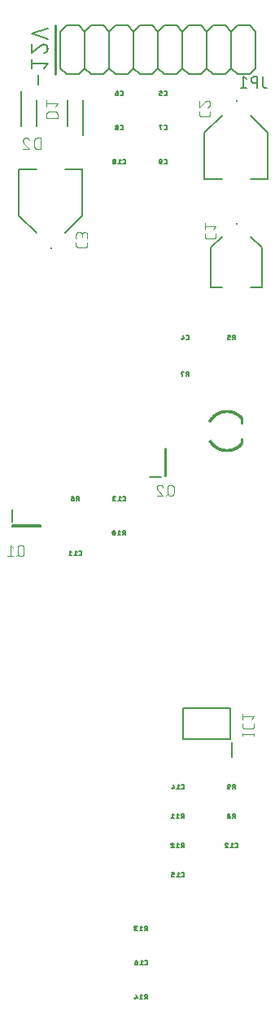
<source format=gbr>
G04 EAGLE Gerber RS-274X export*
G75*
%MOMM*%
%FSLAX34Y34*%
%LPD*%
%INSilkscreen Bottom*%
%IPPOS*%
%AMOC8*
5,1,8,0,0,1.08239X$1,22.5*%
G01*
%ADD10C,0.254000*%
%ADD11C,0.152400*%
%ADD12C,0.127000*%
%ADD13C,0.200000*%
%ADD14C,0.101600*%
%ADD15C,0.050000*%
%ADD16C,0.050000*%
%ADD17C,0.200000*%
%ADD18C,0.025400*%


D10*
X60960Y1061720D02*
X60960Y1010920D01*
D11*
X42644Y1010482D02*
X42644Y999645D01*
X48966Y1017221D02*
X52578Y1021737D01*
X36322Y1021737D01*
X36322Y1026252D02*
X36322Y1017221D01*
X52578Y1037820D02*
X52576Y1037945D01*
X52570Y1038070D01*
X52561Y1038195D01*
X52547Y1038319D01*
X52530Y1038443D01*
X52509Y1038567D01*
X52484Y1038689D01*
X52455Y1038811D01*
X52423Y1038932D01*
X52387Y1039052D01*
X52347Y1039171D01*
X52304Y1039288D01*
X52257Y1039404D01*
X52206Y1039519D01*
X52152Y1039631D01*
X52094Y1039743D01*
X52034Y1039852D01*
X51969Y1039959D01*
X51902Y1040065D01*
X51831Y1040168D01*
X51757Y1040269D01*
X51680Y1040368D01*
X51600Y1040464D01*
X51517Y1040558D01*
X51432Y1040649D01*
X51343Y1040738D01*
X51252Y1040823D01*
X51158Y1040906D01*
X51062Y1040986D01*
X50963Y1041063D01*
X50862Y1041137D01*
X50759Y1041208D01*
X50653Y1041275D01*
X50546Y1041340D01*
X50437Y1041400D01*
X50325Y1041458D01*
X50213Y1041512D01*
X50098Y1041563D01*
X49982Y1041610D01*
X49865Y1041653D01*
X49746Y1041693D01*
X49626Y1041729D01*
X49505Y1041761D01*
X49383Y1041790D01*
X49261Y1041815D01*
X49137Y1041836D01*
X49013Y1041853D01*
X48889Y1041867D01*
X48764Y1041876D01*
X48639Y1041882D01*
X48514Y1041884D01*
X52578Y1037820D02*
X52576Y1037677D01*
X52570Y1037535D01*
X52560Y1037392D01*
X52547Y1037250D01*
X52529Y1037109D01*
X52508Y1036967D01*
X52483Y1036827D01*
X52454Y1036687D01*
X52421Y1036548D01*
X52384Y1036410D01*
X52344Y1036273D01*
X52300Y1036138D01*
X52252Y1036003D01*
X52200Y1035870D01*
X52145Y1035738D01*
X52086Y1035608D01*
X52024Y1035480D01*
X51958Y1035353D01*
X51889Y1035228D01*
X51817Y1035105D01*
X51741Y1034985D01*
X51662Y1034866D01*
X51579Y1034749D01*
X51494Y1034635D01*
X51405Y1034523D01*
X51314Y1034414D01*
X51219Y1034307D01*
X51122Y1034202D01*
X51021Y1034101D01*
X50918Y1034002D01*
X50813Y1033906D01*
X50704Y1033813D01*
X50593Y1033723D01*
X50480Y1033636D01*
X50365Y1033552D01*
X50247Y1033472D01*
X50127Y1033394D01*
X50005Y1033320D01*
X49881Y1033250D01*
X49755Y1033182D01*
X49627Y1033119D01*
X49498Y1033058D01*
X49367Y1033001D01*
X49235Y1032948D01*
X49101Y1032899D01*
X48966Y1032853D01*
X45353Y1040529D02*
X45445Y1040623D01*
X45539Y1040713D01*
X45636Y1040801D01*
X45736Y1040886D01*
X45838Y1040968D01*
X45943Y1041047D01*
X46050Y1041122D01*
X46159Y1041194D01*
X46270Y1041263D01*
X46384Y1041329D01*
X46499Y1041391D01*
X46616Y1041450D01*
X46735Y1041505D01*
X46855Y1041556D01*
X46977Y1041604D01*
X47100Y1041649D01*
X47224Y1041689D01*
X47350Y1041726D01*
X47477Y1041759D01*
X47604Y1041788D01*
X47733Y1041814D01*
X47862Y1041835D01*
X47992Y1041853D01*
X48122Y1041866D01*
X48252Y1041876D01*
X48383Y1041882D01*
X48514Y1041884D01*
X45353Y1040529D02*
X36322Y1032853D01*
X36322Y1041884D01*
X36322Y1052999D02*
X52578Y1047581D01*
X52578Y1058418D02*
X36322Y1052999D01*
X262890Y1010920D02*
X269240Y1017270D01*
X250190Y1010920D02*
X243840Y1017270D01*
X237490Y1010920D01*
X224790Y1010920D02*
X218440Y1017270D01*
X212090Y1010920D01*
X199390Y1010920D02*
X193040Y1017270D01*
X186690Y1010920D01*
X173990Y1010920D02*
X167640Y1017270D01*
X161290Y1010920D01*
X148590Y1010920D02*
X142240Y1017270D01*
X135890Y1010920D01*
X123190Y1010920D02*
X116840Y1017270D01*
X269240Y1017270D02*
X269240Y1055370D01*
X262890Y1061720D01*
X250190Y1061720D01*
X243840Y1055370D01*
X237490Y1061720D01*
X224790Y1061720D01*
X218440Y1055370D01*
X212090Y1061720D01*
X199390Y1061720D01*
X193040Y1055370D01*
X186690Y1061720D01*
X173990Y1061720D01*
X167640Y1055370D01*
X161290Y1061720D01*
X148590Y1061720D01*
X142240Y1055370D01*
X135890Y1061720D01*
X123190Y1061720D01*
X116840Y1055370D01*
X110490Y1061720D01*
X97790Y1061720D01*
X91440Y1055370D01*
X91440Y1017270D02*
X97790Y1010920D01*
X110490Y1010920D02*
X116840Y1017270D01*
X243840Y1017270D02*
X243840Y1055370D01*
X218440Y1055370D02*
X218440Y1017270D01*
X193040Y1017270D02*
X193040Y1055370D01*
X167640Y1055370D02*
X167640Y1017270D01*
X142240Y1017270D02*
X142240Y1055370D01*
X116840Y1055370D02*
X116840Y1017270D01*
X91440Y1017270D02*
X91440Y1055370D01*
X97790Y1010920D02*
X110490Y1010920D01*
X123190Y1010920D02*
X135890Y1010920D01*
X148590Y1010920D02*
X161290Y1010920D01*
X173990Y1010920D02*
X186690Y1010920D01*
X199390Y1010920D02*
X212090Y1010920D01*
X224790Y1010920D02*
X237490Y1010920D01*
X250190Y1010920D02*
X262890Y1010920D01*
X91440Y1055370D02*
X85090Y1061720D01*
X72390Y1061720D01*
X66040Y1055370D01*
X66040Y1017270D02*
X72390Y1010920D01*
X85090Y1010920D02*
X91440Y1017270D01*
X66040Y1017270D02*
X66040Y1055370D01*
X72390Y1010920D02*
X85090Y1010920D01*
D12*
X276595Y1008215D02*
X276595Y999325D01*
X276597Y999225D01*
X276603Y999126D01*
X276613Y999026D01*
X276626Y998928D01*
X276644Y998829D01*
X276665Y998732D01*
X276690Y998636D01*
X276719Y998540D01*
X276752Y998446D01*
X276788Y998353D01*
X276828Y998262D01*
X276872Y998172D01*
X276919Y998084D01*
X276969Y997998D01*
X277023Y997914D01*
X277080Y997832D01*
X277140Y997753D01*
X277204Y997675D01*
X277270Y997601D01*
X277339Y997529D01*
X277411Y997460D01*
X277485Y997394D01*
X277563Y997330D01*
X277642Y997270D01*
X277724Y997213D01*
X277808Y997159D01*
X277894Y997109D01*
X277982Y997062D01*
X278072Y997018D01*
X278163Y996978D01*
X278256Y996942D01*
X278350Y996909D01*
X278446Y996880D01*
X278542Y996855D01*
X278639Y996834D01*
X278738Y996816D01*
X278836Y996803D01*
X278936Y996793D01*
X279035Y996787D01*
X279135Y996785D01*
X280405Y996785D01*
X270615Y996785D02*
X270615Y1008215D01*
X267440Y1008215D01*
X267329Y1008213D01*
X267219Y1008207D01*
X267108Y1008198D01*
X266998Y1008184D01*
X266889Y1008167D01*
X266780Y1008146D01*
X266672Y1008121D01*
X266565Y1008092D01*
X266459Y1008060D01*
X266354Y1008024D01*
X266251Y1007984D01*
X266149Y1007941D01*
X266048Y1007894D01*
X265949Y1007843D01*
X265853Y1007790D01*
X265758Y1007733D01*
X265665Y1007672D01*
X265574Y1007609D01*
X265485Y1007542D01*
X265399Y1007472D01*
X265316Y1007399D01*
X265234Y1007324D01*
X265156Y1007246D01*
X265081Y1007164D01*
X265008Y1007081D01*
X264938Y1006995D01*
X264871Y1006906D01*
X264808Y1006815D01*
X264747Y1006722D01*
X264690Y1006628D01*
X264637Y1006531D01*
X264586Y1006432D01*
X264539Y1006331D01*
X264496Y1006229D01*
X264456Y1006126D01*
X264420Y1006021D01*
X264388Y1005915D01*
X264359Y1005808D01*
X264334Y1005700D01*
X264313Y1005591D01*
X264296Y1005482D01*
X264282Y1005372D01*
X264273Y1005261D01*
X264267Y1005151D01*
X264265Y1005040D01*
X264267Y1004929D01*
X264273Y1004819D01*
X264282Y1004708D01*
X264296Y1004598D01*
X264313Y1004489D01*
X264334Y1004380D01*
X264359Y1004272D01*
X264388Y1004165D01*
X264420Y1004059D01*
X264456Y1003954D01*
X264496Y1003851D01*
X264539Y1003749D01*
X264586Y1003648D01*
X264637Y1003549D01*
X264690Y1003453D01*
X264747Y1003358D01*
X264808Y1003265D01*
X264871Y1003174D01*
X264938Y1003085D01*
X265008Y1002999D01*
X265081Y1002916D01*
X265156Y1002834D01*
X265234Y1002756D01*
X265316Y1002681D01*
X265399Y1002608D01*
X265485Y1002538D01*
X265574Y1002471D01*
X265665Y1002408D01*
X265758Y1002347D01*
X265853Y1002290D01*
X265949Y1002237D01*
X266048Y1002186D01*
X266149Y1002139D01*
X266251Y1002096D01*
X266354Y1002056D01*
X266459Y1002020D01*
X266565Y1001988D01*
X266672Y1001959D01*
X266780Y1001934D01*
X266889Y1001913D01*
X266998Y1001896D01*
X267108Y1001882D01*
X267219Y1001873D01*
X267329Y1001867D01*
X267440Y1001865D01*
X270615Y1001865D01*
X259756Y1005675D02*
X256581Y1008215D01*
X256581Y996785D01*
X259756Y996785D02*
X253406Y996785D01*
D13*
X15880Y541770D02*
X15880Y540270D01*
X45080Y540270D01*
X45080Y541770D01*
X15880Y541770D01*
X15430Y545270D02*
X15430Y557770D01*
D14*
X27998Y517856D02*
X27998Y512664D01*
X27998Y517856D02*
X27996Y517969D01*
X27990Y518082D01*
X27980Y518195D01*
X27966Y518308D01*
X27949Y518420D01*
X27927Y518531D01*
X27902Y518641D01*
X27872Y518751D01*
X27839Y518859D01*
X27802Y518966D01*
X27762Y519072D01*
X27717Y519176D01*
X27669Y519279D01*
X27618Y519380D01*
X27563Y519479D01*
X27505Y519576D01*
X27443Y519671D01*
X27378Y519764D01*
X27310Y519854D01*
X27239Y519942D01*
X27164Y520028D01*
X27087Y520111D01*
X27007Y520191D01*
X26924Y520268D01*
X26838Y520343D01*
X26750Y520414D01*
X26660Y520482D01*
X26567Y520547D01*
X26472Y520609D01*
X26375Y520667D01*
X26276Y520722D01*
X26175Y520773D01*
X26072Y520821D01*
X25968Y520866D01*
X25862Y520906D01*
X25755Y520943D01*
X25647Y520976D01*
X25537Y521006D01*
X25427Y521031D01*
X25316Y521053D01*
X25204Y521070D01*
X25091Y521084D01*
X24978Y521094D01*
X24865Y521100D01*
X24752Y521102D01*
X24639Y521100D01*
X24526Y521094D01*
X24413Y521084D01*
X24300Y521070D01*
X24188Y521053D01*
X24077Y521031D01*
X23967Y521006D01*
X23857Y520976D01*
X23749Y520943D01*
X23642Y520906D01*
X23536Y520866D01*
X23432Y520821D01*
X23329Y520773D01*
X23228Y520722D01*
X23129Y520667D01*
X23032Y520609D01*
X22937Y520547D01*
X22844Y520482D01*
X22754Y520414D01*
X22666Y520343D01*
X22580Y520268D01*
X22497Y520191D01*
X22417Y520111D01*
X22340Y520028D01*
X22265Y519942D01*
X22194Y519854D01*
X22126Y519764D01*
X22061Y519671D01*
X21999Y519576D01*
X21941Y519479D01*
X21886Y519380D01*
X21835Y519279D01*
X21787Y519176D01*
X21742Y519072D01*
X21702Y518966D01*
X21665Y518859D01*
X21632Y518751D01*
X21602Y518641D01*
X21577Y518531D01*
X21555Y518420D01*
X21538Y518308D01*
X21524Y518195D01*
X21514Y518082D01*
X21508Y517969D01*
X21506Y517856D01*
X21506Y512664D01*
X21508Y512551D01*
X21514Y512438D01*
X21524Y512325D01*
X21538Y512212D01*
X21555Y512100D01*
X21577Y511989D01*
X21602Y511879D01*
X21632Y511769D01*
X21665Y511661D01*
X21702Y511554D01*
X21742Y511448D01*
X21787Y511344D01*
X21835Y511241D01*
X21886Y511140D01*
X21941Y511041D01*
X21999Y510944D01*
X22061Y510849D01*
X22126Y510756D01*
X22194Y510666D01*
X22265Y510578D01*
X22340Y510492D01*
X22417Y510409D01*
X22497Y510329D01*
X22580Y510252D01*
X22666Y510177D01*
X22754Y510106D01*
X22844Y510038D01*
X22937Y509973D01*
X23032Y509911D01*
X23129Y509853D01*
X23228Y509798D01*
X23329Y509747D01*
X23432Y509699D01*
X23536Y509654D01*
X23642Y509614D01*
X23749Y509577D01*
X23857Y509544D01*
X23967Y509514D01*
X24077Y509489D01*
X24188Y509467D01*
X24300Y509450D01*
X24413Y509436D01*
X24526Y509426D01*
X24639Y509420D01*
X24752Y509418D01*
X24865Y509420D01*
X24978Y509426D01*
X25091Y509436D01*
X25204Y509450D01*
X25316Y509467D01*
X25427Y509489D01*
X25537Y509514D01*
X25647Y509544D01*
X25755Y509577D01*
X25862Y509614D01*
X25968Y509654D01*
X26072Y509699D01*
X26175Y509747D01*
X26276Y509798D01*
X26375Y509853D01*
X26472Y509911D01*
X26567Y509973D01*
X26660Y510038D01*
X26750Y510106D01*
X26838Y510177D01*
X26924Y510252D01*
X27007Y510329D01*
X27087Y510409D01*
X27164Y510492D01*
X27239Y510578D01*
X27310Y510666D01*
X27378Y510756D01*
X27443Y510849D01*
X27505Y510944D01*
X27563Y511041D01*
X27618Y511140D01*
X27669Y511241D01*
X27717Y511344D01*
X27762Y511448D01*
X27802Y511554D01*
X27839Y511661D01*
X27872Y511769D01*
X27902Y511879D01*
X27927Y511989D01*
X27949Y512100D01*
X27966Y512212D01*
X27980Y512325D01*
X27990Y512438D01*
X27996Y512551D01*
X27998Y512664D01*
X22805Y512014D02*
X20208Y509418D01*
X16854Y518506D02*
X13608Y521102D01*
X13608Y509418D01*
X10363Y509418D02*
X16854Y509418D01*
D13*
X242960Y351260D02*
X242960Y319300D01*
X242960Y351260D02*
X193920Y351260D01*
X193920Y319300D01*
X242960Y319300D01*
X244240Y315800D02*
X244240Y300530D01*
D14*
X255598Y323972D02*
X267282Y323972D01*
X255598Y322674D02*
X255598Y325270D01*
X267282Y325270D02*
X267282Y322674D01*
X255598Y332434D02*
X255598Y335030D01*
X255598Y332434D02*
X255600Y332335D01*
X255606Y332235D01*
X255615Y332136D01*
X255628Y332038D01*
X255645Y331940D01*
X255666Y331842D01*
X255691Y331746D01*
X255719Y331651D01*
X255751Y331557D01*
X255786Y331464D01*
X255825Y331372D01*
X255868Y331282D01*
X255913Y331194D01*
X255963Y331107D01*
X256015Y331023D01*
X256071Y330940D01*
X256129Y330860D01*
X256191Y330782D01*
X256256Y330707D01*
X256324Y330634D01*
X256394Y330564D01*
X256467Y330496D01*
X256542Y330431D01*
X256620Y330369D01*
X256700Y330311D01*
X256783Y330255D01*
X256867Y330203D01*
X256954Y330153D01*
X257042Y330108D01*
X257132Y330065D01*
X257224Y330026D01*
X257317Y329991D01*
X257411Y329959D01*
X257506Y329931D01*
X257602Y329906D01*
X257700Y329885D01*
X257798Y329868D01*
X257896Y329855D01*
X257995Y329846D01*
X258095Y329840D01*
X258194Y329838D01*
X258194Y329837D02*
X264686Y329837D01*
X264686Y329838D02*
X264785Y329840D01*
X264885Y329846D01*
X264984Y329855D01*
X265082Y329868D01*
X265180Y329885D01*
X265278Y329906D01*
X265374Y329931D01*
X265469Y329959D01*
X265563Y329991D01*
X265656Y330026D01*
X265748Y330065D01*
X265838Y330108D01*
X265926Y330153D01*
X266013Y330203D01*
X266097Y330255D01*
X266180Y330311D01*
X266260Y330369D01*
X266338Y330431D01*
X266413Y330496D01*
X266486Y330564D01*
X266556Y330634D01*
X266624Y330707D01*
X266689Y330782D01*
X266751Y330860D01*
X266809Y330940D01*
X266865Y331023D01*
X266917Y331107D01*
X266967Y331194D01*
X267012Y331282D01*
X267055Y331372D01*
X267094Y331464D01*
X267129Y331556D01*
X267161Y331651D01*
X267189Y331746D01*
X267214Y331842D01*
X267235Y331940D01*
X267252Y332038D01*
X267265Y332136D01*
X267274Y332235D01*
X267280Y332335D01*
X267282Y332434D01*
X267282Y335030D01*
X264686Y339395D02*
X267282Y342641D01*
X255598Y342641D01*
X255598Y345886D02*
X255598Y339395D01*
D15*
X248920Y855590D03*
D16*
X248950Y855588D01*
X248980Y855583D01*
X249009Y855574D01*
X249036Y855561D01*
X249062Y855546D01*
X249086Y855527D01*
X249107Y855506D01*
X249126Y855482D01*
X249141Y855456D01*
X249154Y855429D01*
X249163Y855400D01*
X249168Y855370D01*
X249170Y855340D01*
X249168Y855310D01*
X249163Y855280D01*
X249154Y855251D01*
X249141Y855224D01*
X249126Y855198D01*
X249107Y855174D01*
X249086Y855153D01*
X249062Y855134D01*
X249036Y855119D01*
X249009Y855106D01*
X248980Y855097D01*
X248950Y855092D01*
X248920Y855090D01*
D15*
X248920Y855090D03*
D16*
X248890Y855092D01*
X248860Y855097D01*
X248831Y855106D01*
X248804Y855119D01*
X248778Y855134D01*
X248754Y855153D01*
X248733Y855174D01*
X248714Y855198D01*
X248699Y855224D01*
X248686Y855251D01*
X248677Y855280D01*
X248672Y855310D01*
X248670Y855340D01*
X248672Y855370D01*
X248677Y855400D01*
X248686Y855429D01*
X248699Y855456D01*
X248714Y855482D01*
X248733Y855506D01*
X248754Y855527D01*
X248778Y855546D01*
X248804Y855561D01*
X248831Y855574D01*
X248860Y855583D01*
X248890Y855588D01*
X248920Y855590D01*
D13*
X233920Y841840D02*
X222420Y830340D01*
X222420Y788840D01*
X233920Y788840D01*
X275420Y830340D02*
X263920Y841840D01*
X275420Y830340D02*
X275420Y788840D01*
X263920Y788840D01*
D14*
X216078Y842662D02*
X216078Y845258D01*
X216078Y842662D02*
X216080Y842563D01*
X216086Y842463D01*
X216095Y842364D01*
X216108Y842266D01*
X216125Y842168D01*
X216146Y842070D01*
X216171Y841974D01*
X216199Y841879D01*
X216231Y841785D01*
X216266Y841692D01*
X216305Y841600D01*
X216348Y841510D01*
X216393Y841422D01*
X216443Y841335D01*
X216495Y841251D01*
X216551Y841168D01*
X216609Y841088D01*
X216671Y841010D01*
X216736Y840935D01*
X216804Y840862D01*
X216874Y840792D01*
X216947Y840724D01*
X217022Y840659D01*
X217100Y840597D01*
X217180Y840539D01*
X217263Y840483D01*
X217347Y840431D01*
X217434Y840381D01*
X217522Y840336D01*
X217612Y840293D01*
X217704Y840254D01*
X217797Y840219D01*
X217891Y840187D01*
X217986Y840159D01*
X218082Y840134D01*
X218180Y840113D01*
X218278Y840096D01*
X218376Y840083D01*
X218475Y840074D01*
X218575Y840068D01*
X218674Y840066D01*
X218674Y840065D02*
X225166Y840065D01*
X225166Y840066D02*
X225265Y840068D01*
X225365Y840074D01*
X225464Y840083D01*
X225562Y840096D01*
X225660Y840113D01*
X225758Y840134D01*
X225854Y840159D01*
X225949Y840187D01*
X226043Y840219D01*
X226136Y840254D01*
X226228Y840293D01*
X226318Y840336D01*
X226406Y840381D01*
X226493Y840431D01*
X226577Y840483D01*
X226660Y840539D01*
X226740Y840597D01*
X226818Y840659D01*
X226893Y840724D01*
X226966Y840792D01*
X227036Y840862D01*
X227104Y840935D01*
X227169Y841010D01*
X227231Y841088D01*
X227289Y841168D01*
X227345Y841251D01*
X227397Y841335D01*
X227447Y841422D01*
X227492Y841510D01*
X227535Y841600D01*
X227574Y841692D01*
X227609Y841784D01*
X227641Y841879D01*
X227669Y841974D01*
X227694Y842070D01*
X227715Y842168D01*
X227732Y842266D01*
X227745Y842364D01*
X227754Y842463D01*
X227760Y842563D01*
X227762Y842662D01*
X227762Y845258D01*
X225166Y849624D02*
X227762Y852869D01*
X216078Y852869D01*
X216078Y849624D02*
X216078Y856115D01*
D15*
X248920Y983470D03*
D16*
X248950Y983468D01*
X248980Y983463D01*
X249009Y983454D01*
X249036Y983441D01*
X249062Y983426D01*
X249086Y983407D01*
X249107Y983386D01*
X249126Y983362D01*
X249141Y983336D01*
X249154Y983309D01*
X249163Y983280D01*
X249168Y983250D01*
X249170Y983220D01*
X249168Y983190D01*
X249163Y983160D01*
X249154Y983131D01*
X249141Y983104D01*
X249126Y983078D01*
X249107Y983054D01*
X249086Y983033D01*
X249062Y983014D01*
X249036Y982999D01*
X249009Y982986D01*
X248980Y982977D01*
X248950Y982972D01*
X248920Y982970D01*
D15*
X248920Y982970D03*
D16*
X248890Y982972D01*
X248860Y982977D01*
X248831Y982986D01*
X248804Y982999D01*
X248778Y983014D01*
X248754Y983033D01*
X248733Y983054D01*
X248714Y983078D01*
X248699Y983104D01*
X248686Y983131D01*
X248677Y983160D01*
X248672Y983190D01*
X248670Y983220D01*
X248672Y983250D01*
X248677Y983280D01*
X248686Y983309D01*
X248699Y983336D01*
X248714Y983362D01*
X248733Y983386D01*
X248754Y983407D01*
X248778Y983426D01*
X248804Y983441D01*
X248831Y983454D01*
X248860Y983463D01*
X248890Y983468D01*
X248920Y983470D01*
D13*
X233920Y967720D02*
X215920Y949720D01*
X215920Y901720D01*
D17*
X215920Y901720D03*
D13*
X233920Y901720D01*
X281920Y949720D02*
X263920Y967720D01*
X281920Y949720D02*
X281920Y901720D01*
X263920Y901720D01*
D14*
X210078Y969542D02*
X210078Y972138D01*
X210078Y969542D02*
X210080Y969443D01*
X210086Y969343D01*
X210095Y969244D01*
X210108Y969146D01*
X210125Y969048D01*
X210146Y968950D01*
X210171Y968854D01*
X210199Y968759D01*
X210231Y968665D01*
X210266Y968572D01*
X210305Y968480D01*
X210348Y968390D01*
X210393Y968302D01*
X210443Y968215D01*
X210495Y968131D01*
X210551Y968048D01*
X210609Y967968D01*
X210671Y967890D01*
X210736Y967815D01*
X210804Y967742D01*
X210874Y967672D01*
X210947Y967604D01*
X211022Y967539D01*
X211100Y967477D01*
X211180Y967419D01*
X211263Y967363D01*
X211347Y967311D01*
X211434Y967261D01*
X211522Y967216D01*
X211612Y967173D01*
X211704Y967134D01*
X211797Y967099D01*
X211891Y967067D01*
X211986Y967039D01*
X212082Y967014D01*
X212180Y966993D01*
X212278Y966976D01*
X212376Y966963D01*
X212475Y966954D01*
X212575Y966948D01*
X212674Y966946D01*
X212674Y966945D02*
X219166Y966945D01*
X219166Y966946D02*
X219265Y966948D01*
X219365Y966954D01*
X219464Y966963D01*
X219562Y966976D01*
X219660Y966993D01*
X219758Y967014D01*
X219854Y967039D01*
X219949Y967067D01*
X220043Y967099D01*
X220136Y967134D01*
X220228Y967173D01*
X220318Y967216D01*
X220406Y967261D01*
X220493Y967311D01*
X220577Y967363D01*
X220660Y967419D01*
X220740Y967477D01*
X220818Y967539D01*
X220893Y967604D01*
X220966Y967672D01*
X221036Y967742D01*
X221104Y967815D01*
X221169Y967890D01*
X221231Y967968D01*
X221289Y968048D01*
X221345Y968131D01*
X221397Y968215D01*
X221447Y968302D01*
X221492Y968390D01*
X221535Y968480D01*
X221574Y968572D01*
X221609Y968664D01*
X221641Y968759D01*
X221669Y968854D01*
X221694Y968950D01*
X221715Y969048D01*
X221732Y969146D01*
X221745Y969244D01*
X221754Y969343D01*
X221760Y969443D01*
X221762Y969542D01*
X221762Y972138D01*
X221762Y980074D02*
X221760Y980181D01*
X221754Y980287D01*
X221744Y980393D01*
X221731Y980499D01*
X221713Y980605D01*
X221692Y980709D01*
X221667Y980813D01*
X221638Y980916D01*
X221606Y981017D01*
X221569Y981117D01*
X221529Y981216D01*
X221486Y981314D01*
X221439Y981410D01*
X221388Y981504D01*
X221334Y981596D01*
X221277Y981686D01*
X221217Y981774D01*
X221153Y981859D01*
X221086Y981942D01*
X221016Y982023D01*
X220944Y982101D01*
X220868Y982177D01*
X220790Y982249D01*
X220709Y982319D01*
X220626Y982386D01*
X220541Y982450D01*
X220453Y982510D01*
X220363Y982567D01*
X220271Y982621D01*
X220177Y982672D01*
X220081Y982719D01*
X219983Y982762D01*
X219884Y982802D01*
X219784Y982839D01*
X219683Y982871D01*
X219580Y982900D01*
X219476Y982925D01*
X219372Y982946D01*
X219266Y982964D01*
X219160Y982977D01*
X219054Y982987D01*
X218948Y982993D01*
X218841Y982995D01*
X221762Y980074D02*
X221760Y979953D01*
X221754Y979832D01*
X221744Y979712D01*
X221731Y979591D01*
X221713Y979472D01*
X221692Y979352D01*
X221667Y979234D01*
X221638Y979117D01*
X221605Y979000D01*
X221569Y978885D01*
X221528Y978771D01*
X221485Y978658D01*
X221437Y978546D01*
X221386Y978437D01*
X221331Y978329D01*
X221273Y978222D01*
X221212Y978118D01*
X221147Y978016D01*
X221079Y977916D01*
X221008Y977818D01*
X220934Y977722D01*
X220857Y977629D01*
X220776Y977539D01*
X220693Y977451D01*
X220607Y977366D01*
X220518Y977283D01*
X220427Y977204D01*
X220333Y977127D01*
X220237Y977054D01*
X220139Y976984D01*
X220038Y976917D01*
X219935Y976853D01*
X219830Y976793D01*
X219723Y976736D01*
X219615Y976682D01*
X219505Y976632D01*
X219393Y976586D01*
X219280Y976543D01*
X219165Y976504D01*
X216569Y982021D02*
X216646Y982100D01*
X216727Y982176D01*
X216810Y982249D01*
X216895Y982319D01*
X216983Y982386D01*
X217073Y982450D01*
X217165Y982510D01*
X217260Y982567D01*
X217356Y982621D01*
X217454Y982672D01*
X217554Y982719D01*
X217656Y982763D01*
X217759Y982803D01*
X217863Y982839D01*
X217969Y982871D01*
X218075Y982900D01*
X218183Y982925D01*
X218291Y982947D01*
X218401Y982964D01*
X218510Y982978D01*
X218620Y982987D01*
X218731Y982993D01*
X218841Y982995D01*
X216569Y982021D02*
X210078Y976504D01*
X210078Y982995D01*
D15*
X55880Y830090D03*
D16*
X55850Y830092D01*
X55820Y830097D01*
X55791Y830106D01*
X55764Y830119D01*
X55738Y830134D01*
X55714Y830153D01*
X55693Y830174D01*
X55674Y830198D01*
X55659Y830224D01*
X55646Y830251D01*
X55637Y830280D01*
X55632Y830310D01*
X55630Y830340D01*
X55632Y830370D01*
X55637Y830400D01*
X55646Y830429D01*
X55659Y830456D01*
X55674Y830482D01*
X55693Y830506D01*
X55714Y830527D01*
X55738Y830546D01*
X55764Y830561D01*
X55791Y830574D01*
X55820Y830583D01*
X55850Y830588D01*
X55880Y830590D01*
D15*
X55880Y830590D03*
D16*
X55910Y830588D01*
X55940Y830583D01*
X55969Y830574D01*
X55996Y830561D01*
X56022Y830546D01*
X56046Y830527D01*
X56067Y830506D01*
X56086Y830482D01*
X56101Y830456D01*
X56114Y830429D01*
X56123Y830400D01*
X56128Y830370D01*
X56130Y830340D01*
X56128Y830310D01*
X56123Y830280D01*
X56114Y830251D01*
X56101Y830224D01*
X56086Y830198D01*
X56067Y830174D01*
X56046Y830153D01*
X56022Y830134D01*
X55996Y830119D01*
X55969Y830106D01*
X55940Y830097D01*
X55910Y830092D01*
X55880Y830090D01*
D13*
X70880Y845840D02*
X88880Y863840D01*
X88880Y911840D01*
D17*
X88880Y911840D03*
D13*
X70880Y911840D01*
X22880Y863840D02*
X40880Y845840D01*
X22880Y863840D02*
X22880Y911840D01*
X40880Y911840D01*
D14*
X82038Y835758D02*
X82038Y833162D01*
X82040Y833063D01*
X82046Y832963D01*
X82055Y832864D01*
X82068Y832766D01*
X82085Y832668D01*
X82106Y832570D01*
X82131Y832474D01*
X82159Y832379D01*
X82191Y832285D01*
X82226Y832192D01*
X82265Y832100D01*
X82308Y832010D01*
X82353Y831922D01*
X82403Y831835D01*
X82455Y831751D01*
X82511Y831668D01*
X82569Y831588D01*
X82631Y831510D01*
X82696Y831435D01*
X82764Y831362D01*
X82834Y831292D01*
X82907Y831224D01*
X82982Y831159D01*
X83060Y831097D01*
X83140Y831039D01*
X83223Y830983D01*
X83307Y830931D01*
X83394Y830881D01*
X83482Y830836D01*
X83572Y830793D01*
X83664Y830754D01*
X83757Y830719D01*
X83851Y830687D01*
X83946Y830659D01*
X84042Y830634D01*
X84140Y830613D01*
X84238Y830596D01*
X84336Y830583D01*
X84435Y830574D01*
X84535Y830568D01*
X84634Y830566D01*
X84634Y830565D02*
X91126Y830565D01*
X91126Y830566D02*
X91225Y830568D01*
X91325Y830574D01*
X91424Y830583D01*
X91522Y830596D01*
X91620Y830613D01*
X91718Y830634D01*
X91814Y830659D01*
X91909Y830687D01*
X92003Y830719D01*
X92096Y830754D01*
X92188Y830793D01*
X92278Y830836D01*
X92366Y830881D01*
X92453Y830931D01*
X92537Y830983D01*
X92620Y831039D01*
X92700Y831097D01*
X92778Y831159D01*
X92853Y831224D01*
X92926Y831292D01*
X92996Y831362D01*
X93064Y831435D01*
X93129Y831510D01*
X93191Y831588D01*
X93249Y831668D01*
X93305Y831751D01*
X93357Y831835D01*
X93407Y831922D01*
X93452Y832010D01*
X93495Y832100D01*
X93534Y832192D01*
X93569Y832284D01*
X93601Y832379D01*
X93629Y832474D01*
X93654Y832570D01*
X93675Y832668D01*
X93692Y832766D01*
X93705Y832864D01*
X93714Y832963D01*
X93720Y833063D01*
X93722Y833162D01*
X93722Y835758D01*
X82038Y840124D02*
X82038Y843369D01*
X82040Y843482D01*
X82046Y843595D01*
X82056Y843708D01*
X82070Y843821D01*
X82087Y843933D01*
X82109Y844044D01*
X82134Y844154D01*
X82164Y844264D01*
X82197Y844372D01*
X82234Y844479D01*
X82274Y844585D01*
X82319Y844689D01*
X82367Y844792D01*
X82418Y844893D01*
X82473Y844992D01*
X82531Y845089D01*
X82593Y845184D01*
X82658Y845277D01*
X82726Y845367D01*
X82797Y845455D01*
X82872Y845541D01*
X82949Y845624D01*
X83029Y845704D01*
X83112Y845781D01*
X83198Y845856D01*
X83286Y845927D01*
X83376Y845995D01*
X83469Y846060D01*
X83564Y846122D01*
X83661Y846180D01*
X83760Y846235D01*
X83861Y846286D01*
X83964Y846334D01*
X84068Y846379D01*
X84174Y846419D01*
X84281Y846456D01*
X84389Y846489D01*
X84499Y846519D01*
X84609Y846544D01*
X84720Y846566D01*
X84832Y846583D01*
X84945Y846597D01*
X85058Y846607D01*
X85171Y846613D01*
X85284Y846615D01*
X85397Y846613D01*
X85510Y846607D01*
X85623Y846597D01*
X85736Y846583D01*
X85848Y846566D01*
X85959Y846544D01*
X86069Y846519D01*
X86179Y846489D01*
X86287Y846456D01*
X86394Y846419D01*
X86500Y846379D01*
X86604Y846334D01*
X86707Y846286D01*
X86808Y846235D01*
X86907Y846180D01*
X87004Y846122D01*
X87099Y846060D01*
X87192Y845995D01*
X87282Y845927D01*
X87370Y845856D01*
X87456Y845781D01*
X87539Y845704D01*
X87619Y845624D01*
X87696Y845541D01*
X87771Y845455D01*
X87842Y845367D01*
X87910Y845277D01*
X87975Y845184D01*
X88037Y845089D01*
X88095Y844992D01*
X88150Y844893D01*
X88201Y844792D01*
X88249Y844689D01*
X88294Y844585D01*
X88334Y844479D01*
X88371Y844372D01*
X88404Y844264D01*
X88434Y844154D01*
X88459Y844044D01*
X88481Y843933D01*
X88498Y843821D01*
X88512Y843708D01*
X88522Y843595D01*
X88528Y843482D01*
X88530Y843369D01*
X93722Y844018D02*
X93722Y840124D01*
X93722Y844018D02*
X93720Y844119D01*
X93714Y844219D01*
X93704Y844319D01*
X93691Y844419D01*
X93673Y844518D01*
X93652Y844617D01*
X93627Y844714D01*
X93598Y844811D01*
X93565Y844906D01*
X93529Y845000D01*
X93489Y845092D01*
X93446Y845183D01*
X93399Y845272D01*
X93349Y845359D01*
X93295Y845445D01*
X93238Y845528D01*
X93178Y845608D01*
X93115Y845687D01*
X93048Y845763D01*
X92979Y845836D01*
X92907Y845906D01*
X92833Y845974D01*
X92756Y846039D01*
X92676Y846100D01*
X92594Y846159D01*
X92510Y846214D01*
X92424Y846266D01*
X92336Y846315D01*
X92246Y846360D01*
X92154Y846402D01*
X92061Y846440D01*
X91966Y846474D01*
X91871Y846505D01*
X91774Y846532D01*
X91676Y846555D01*
X91577Y846575D01*
X91477Y846590D01*
X91377Y846602D01*
X91277Y846610D01*
X91176Y846614D01*
X91076Y846614D01*
X90975Y846610D01*
X90875Y846602D01*
X90775Y846590D01*
X90675Y846575D01*
X90576Y846555D01*
X90478Y846532D01*
X90381Y846505D01*
X90286Y846474D01*
X90191Y846440D01*
X90098Y846402D01*
X90006Y846360D01*
X89916Y846315D01*
X89828Y846266D01*
X89742Y846214D01*
X89658Y846159D01*
X89576Y846100D01*
X89496Y846039D01*
X89419Y845974D01*
X89345Y845906D01*
X89273Y845836D01*
X89204Y845763D01*
X89137Y845687D01*
X89074Y845608D01*
X89014Y845528D01*
X88957Y845445D01*
X88903Y845359D01*
X88853Y845272D01*
X88806Y845183D01*
X88763Y845092D01*
X88723Y845000D01*
X88687Y844906D01*
X88654Y844811D01*
X88625Y844714D01*
X88600Y844617D01*
X88579Y844518D01*
X88561Y844419D01*
X88548Y844319D01*
X88538Y844219D01*
X88532Y844119D01*
X88530Y844018D01*
X88529Y844018D02*
X88529Y841422D01*
D12*
X197076Y734695D02*
X198148Y734695D01*
X198213Y734697D01*
X198277Y734703D01*
X198341Y734713D01*
X198405Y734726D01*
X198467Y734744D01*
X198528Y734765D01*
X198588Y734789D01*
X198646Y734818D01*
X198703Y734850D01*
X198757Y734885D01*
X198809Y734923D01*
X198859Y734965D01*
X198906Y735009D01*
X198950Y735056D01*
X198992Y735106D01*
X199030Y735158D01*
X199065Y735212D01*
X199097Y735269D01*
X199126Y735327D01*
X199150Y735387D01*
X199171Y735448D01*
X199189Y735510D01*
X199202Y735574D01*
X199212Y735638D01*
X199218Y735702D01*
X199220Y735767D01*
X199221Y735767D02*
X199221Y738449D01*
X199220Y738449D02*
X199218Y738514D01*
X199212Y738578D01*
X199202Y738642D01*
X199189Y738706D01*
X199171Y738768D01*
X199150Y738829D01*
X199126Y738889D01*
X199097Y738947D01*
X199065Y739004D01*
X199030Y739058D01*
X198992Y739110D01*
X198950Y739160D01*
X198906Y739207D01*
X198859Y739251D01*
X198809Y739293D01*
X198757Y739331D01*
X198703Y739366D01*
X198646Y739398D01*
X198588Y739427D01*
X198528Y739451D01*
X198467Y739472D01*
X198405Y739490D01*
X198341Y739503D01*
X198277Y739513D01*
X198213Y739519D01*
X198148Y739521D01*
X197076Y739521D01*
X193548Y739521D02*
X194620Y735767D01*
X191939Y735767D01*
X192743Y736840D02*
X192743Y734695D01*
D13*
X89030Y947280D02*
X89030Y983780D01*
X73530Y983780D02*
X73530Y956780D01*
D14*
X62802Y965489D02*
X51118Y965489D01*
X62802Y965489D02*
X62802Y968735D01*
X62800Y968848D01*
X62794Y968961D01*
X62784Y969074D01*
X62770Y969187D01*
X62753Y969299D01*
X62731Y969410D01*
X62706Y969520D01*
X62676Y969630D01*
X62643Y969738D01*
X62606Y969845D01*
X62566Y969951D01*
X62521Y970055D01*
X62473Y970158D01*
X62422Y970259D01*
X62367Y970358D01*
X62309Y970455D01*
X62247Y970550D01*
X62182Y970643D01*
X62114Y970733D01*
X62043Y970821D01*
X61968Y970907D01*
X61891Y970990D01*
X61811Y971070D01*
X61728Y971147D01*
X61642Y971222D01*
X61554Y971293D01*
X61464Y971361D01*
X61371Y971426D01*
X61276Y971488D01*
X61179Y971546D01*
X61080Y971601D01*
X60979Y971652D01*
X60876Y971700D01*
X60772Y971745D01*
X60666Y971785D01*
X60559Y971822D01*
X60451Y971855D01*
X60341Y971885D01*
X60231Y971910D01*
X60120Y971932D01*
X60008Y971949D01*
X59895Y971963D01*
X59782Y971973D01*
X59669Y971979D01*
X59556Y971981D01*
X59556Y971980D02*
X54364Y971980D01*
X54364Y971981D02*
X54251Y971979D01*
X54138Y971973D01*
X54025Y971963D01*
X53912Y971949D01*
X53800Y971932D01*
X53689Y971910D01*
X53579Y971885D01*
X53469Y971855D01*
X53361Y971822D01*
X53254Y971785D01*
X53148Y971745D01*
X53044Y971700D01*
X52941Y971652D01*
X52840Y971601D01*
X52741Y971546D01*
X52644Y971488D01*
X52549Y971426D01*
X52456Y971361D01*
X52366Y971293D01*
X52278Y971222D01*
X52192Y971147D01*
X52109Y971070D01*
X52029Y970990D01*
X51952Y970907D01*
X51877Y970821D01*
X51806Y970733D01*
X51738Y970643D01*
X51673Y970550D01*
X51611Y970455D01*
X51553Y970358D01*
X51498Y970259D01*
X51447Y970158D01*
X51399Y970055D01*
X51354Y969951D01*
X51314Y969845D01*
X51277Y969738D01*
X51244Y969630D01*
X51214Y969520D01*
X51189Y969410D01*
X51167Y969299D01*
X51150Y969187D01*
X51136Y969074D01*
X51126Y968961D01*
X51120Y968848D01*
X51118Y968735D01*
X51118Y965489D01*
X60206Y977300D02*
X62802Y980545D01*
X51118Y980545D01*
X51118Y977300D02*
X51118Y983791D01*
D13*
X25270Y993280D02*
X25270Y956780D01*
X40770Y956780D02*
X40770Y983780D01*
D14*
X45291Y944562D02*
X45291Y932878D01*
X45291Y944562D02*
X42046Y944562D01*
X41933Y944560D01*
X41820Y944554D01*
X41707Y944544D01*
X41594Y944530D01*
X41482Y944513D01*
X41371Y944491D01*
X41261Y944466D01*
X41151Y944436D01*
X41043Y944403D01*
X40936Y944366D01*
X40830Y944326D01*
X40726Y944281D01*
X40623Y944233D01*
X40522Y944182D01*
X40423Y944127D01*
X40326Y944069D01*
X40231Y944007D01*
X40138Y943942D01*
X40048Y943874D01*
X39960Y943803D01*
X39874Y943728D01*
X39791Y943651D01*
X39711Y943571D01*
X39634Y943488D01*
X39559Y943402D01*
X39488Y943314D01*
X39420Y943224D01*
X39355Y943131D01*
X39293Y943036D01*
X39235Y942939D01*
X39180Y942840D01*
X39129Y942739D01*
X39081Y942636D01*
X39036Y942532D01*
X38996Y942426D01*
X38959Y942319D01*
X38926Y942211D01*
X38896Y942101D01*
X38871Y941991D01*
X38849Y941880D01*
X38832Y941768D01*
X38818Y941655D01*
X38808Y941542D01*
X38802Y941429D01*
X38800Y941316D01*
X38800Y936124D01*
X38802Y936011D01*
X38808Y935898D01*
X38818Y935785D01*
X38832Y935672D01*
X38849Y935560D01*
X38871Y935449D01*
X38896Y935339D01*
X38926Y935229D01*
X38959Y935121D01*
X38996Y935014D01*
X39036Y934908D01*
X39081Y934804D01*
X39129Y934701D01*
X39180Y934600D01*
X39235Y934501D01*
X39293Y934404D01*
X39355Y934309D01*
X39420Y934216D01*
X39488Y934126D01*
X39559Y934038D01*
X39634Y933952D01*
X39711Y933869D01*
X39791Y933789D01*
X39874Y933712D01*
X39960Y933637D01*
X40048Y933566D01*
X40138Y933498D01*
X40231Y933433D01*
X40326Y933371D01*
X40423Y933313D01*
X40522Y933258D01*
X40623Y933207D01*
X40726Y933159D01*
X40830Y933114D01*
X40936Y933074D01*
X41043Y933037D01*
X41151Y933004D01*
X41261Y932974D01*
X41371Y932949D01*
X41482Y932927D01*
X41594Y932910D01*
X41707Y932896D01*
X41820Y932886D01*
X41933Y932880D01*
X42046Y932878D01*
X45291Y932878D01*
X29910Y944562D02*
X29803Y944560D01*
X29697Y944554D01*
X29591Y944544D01*
X29485Y944531D01*
X29379Y944513D01*
X29275Y944492D01*
X29171Y944467D01*
X29068Y944438D01*
X28967Y944406D01*
X28867Y944369D01*
X28768Y944329D01*
X28670Y944286D01*
X28574Y944239D01*
X28480Y944188D01*
X28388Y944134D01*
X28298Y944077D01*
X28210Y944017D01*
X28125Y943953D01*
X28042Y943886D01*
X27961Y943816D01*
X27883Y943744D01*
X27807Y943668D01*
X27735Y943590D01*
X27665Y943509D01*
X27598Y943426D01*
X27534Y943341D01*
X27474Y943253D01*
X27417Y943163D01*
X27363Y943071D01*
X27312Y942977D01*
X27265Y942881D01*
X27222Y942783D01*
X27182Y942684D01*
X27145Y942584D01*
X27113Y942483D01*
X27084Y942380D01*
X27059Y942276D01*
X27038Y942172D01*
X27020Y942066D01*
X27007Y941960D01*
X26997Y941854D01*
X26991Y941748D01*
X26989Y941641D01*
X29910Y944562D02*
X30031Y944560D01*
X30152Y944554D01*
X30272Y944544D01*
X30393Y944531D01*
X30512Y944513D01*
X30632Y944492D01*
X30750Y944467D01*
X30867Y944438D01*
X30984Y944405D01*
X31099Y944369D01*
X31213Y944328D01*
X31326Y944285D01*
X31438Y944237D01*
X31547Y944186D01*
X31655Y944131D01*
X31762Y944073D01*
X31866Y944012D01*
X31968Y943947D01*
X32068Y943879D01*
X32166Y943808D01*
X32262Y943734D01*
X32355Y943657D01*
X32445Y943576D01*
X32533Y943493D01*
X32618Y943407D01*
X32701Y943318D01*
X32780Y943227D01*
X32857Y943133D01*
X32930Y943037D01*
X33000Y942939D01*
X33067Y942838D01*
X33131Y942735D01*
X33192Y942630D01*
X33249Y942523D01*
X33302Y942415D01*
X33352Y942305D01*
X33398Y942193D01*
X33441Y942080D01*
X33480Y941965D01*
X27963Y939369D02*
X27884Y939447D01*
X27808Y939527D01*
X27735Y939610D01*
X27665Y939696D01*
X27598Y939783D01*
X27534Y939874D01*
X27474Y939966D01*
X27416Y940060D01*
X27362Y940157D01*
X27312Y940255D01*
X27265Y940355D01*
X27221Y940456D01*
X27181Y940559D01*
X27145Y940664D01*
X27113Y940769D01*
X27084Y940876D01*
X27059Y940983D01*
X27037Y941092D01*
X27020Y941201D01*
X27006Y941310D01*
X26997Y941420D01*
X26991Y941531D01*
X26989Y941641D01*
X27963Y939369D02*
X33480Y932878D01*
X26989Y932878D01*
D12*
X174216Y988695D02*
X175288Y988695D01*
X175353Y988697D01*
X175417Y988703D01*
X175481Y988713D01*
X175545Y988726D01*
X175607Y988744D01*
X175668Y988765D01*
X175728Y988789D01*
X175786Y988818D01*
X175843Y988850D01*
X175897Y988885D01*
X175949Y988923D01*
X175999Y988965D01*
X176046Y989009D01*
X176090Y989056D01*
X176132Y989106D01*
X176170Y989158D01*
X176205Y989212D01*
X176237Y989269D01*
X176266Y989327D01*
X176290Y989387D01*
X176311Y989448D01*
X176329Y989510D01*
X176342Y989574D01*
X176352Y989638D01*
X176358Y989702D01*
X176360Y989767D01*
X176361Y989767D02*
X176361Y992449D01*
X176360Y992449D02*
X176358Y992514D01*
X176352Y992578D01*
X176342Y992642D01*
X176329Y992706D01*
X176311Y992768D01*
X176290Y992829D01*
X176266Y992889D01*
X176237Y992947D01*
X176205Y993004D01*
X176170Y993058D01*
X176132Y993110D01*
X176090Y993160D01*
X176046Y993207D01*
X175999Y993251D01*
X175949Y993293D01*
X175897Y993331D01*
X175843Y993366D01*
X175786Y993398D01*
X175728Y993427D01*
X175668Y993451D01*
X175607Y993472D01*
X175545Y993490D01*
X175481Y993503D01*
X175417Y993513D01*
X175353Y993519D01*
X175288Y993521D01*
X174216Y993521D01*
X171760Y988695D02*
X170152Y988695D01*
X170087Y988697D01*
X170023Y988703D01*
X169959Y988713D01*
X169895Y988726D01*
X169833Y988744D01*
X169772Y988765D01*
X169712Y988789D01*
X169654Y988818D01*
X169597Y988850D01*
X169543Y988885D01*
X169491Y988923D01*
X169441Y988965D01*
X169394Y989009D01*
X169350Y989056D01*
X169308Y989106D01*
X169270Y989158D01*
X169235Y989212D01*
X169203Y989269D01*
X169174Y989327D01*
X169150Y989387D01*
X169129Y989448D01*
X169111Y989510D01*
X169098Y989574D01*
X169088Y989638D01*
X169082Y989702D01*
X169080Y989767D01*
X169079Y989767D02*
X169079Y990304D01*
X169080Y990304D02*
X169082Y990369D01*
X169088Y990433D01*
X169098Y990497D01*
X169111Y990561D01*
X169129Y990623D01*
X169150Y990684D01*
X169174Y990744D01*
X169203Y990802D01*
X169235Y990859D01*
X169270Y990913D01*
X169308Y990965D01*
X169350Y991015D01*
X169394Y991062D01*
X169441Y991106D01*
X169491Y991148D01*
X169543Y991186D01*
X169597Y991221D01*
X169654Y991253D01*
X169712Y991282D01*
X169772Y991306D01*
X169833Y991327D01*
X169895Y991345D01*
X169959Y991358D01*
X170023Y991368D01*
X170087Y991374D01*
X170152Y991376D01*
X171760Y991376D01*
X171760Y993521D01*
X169079Y993521D01*
X129568Y988695D02*
X128496Y988695D01*
X129568Y988695D02*
X129633Y988697D01*
X129697Y988703D01*
X129761Y988713D01*
X129825Y988726D01*
X129887Y988744D01*
X129948Y988765D01*
X130008Y988789D01*
X130066Y988818D01*
X130123Y988850D01*
X130177Y988885D01*
X130229Y988923D01*
X130279Y988965D01*
X130326Y989009D01*
X130370Y989056D01*
X130412Y989106D01*
X130450Y989158D01*
X130485Y989212D01*
X130517Y989269D01*
X130546Y989327D01*
X130570Y989387D01*
X130591Y989448D01*
X130609Y989510D01*
X130622Y989574D01*
X130632Y989638D01*
X130638Y989702D01*
X130640Y989767D01*
X130641Y989767D02*
X130641Y992449D01*
X130640Y992449D02*
X130638Y992514D01*
X130632Y992578D01*
X130622Y992642D01*
X130609Y992706D01*
X130591Y992768D01*
X130570Y992829D01*
X130546Y992889D01*
X130517Y992947D01*
X130485Y993004D01*
X130450Y993058D01*
X130412Y993110D01*
X130370Y993160D01*
X130326Y993207D01*
X130279Y993251D01*
X130229Y993293D01*
X130177Y993331D01*
X130123Y993366D01*
X130066Y993398D01*
X130008Y993427D01*
X129948Y993451D01*
X129887Y993472D01*
X129825Y993490D01*
X129761Y993503D01*
X129697Y993513D01*
X129633Y993519D01*
X129568Y993521D01*
X128496Y993521D01*
X126040Y991376D02*
X124432Y991376D01*
X124367Y991374D01*
X124303Y991368D01*
X124239Y991358D01*
X124175Y991345D01*
X124113Y991327D01*
X124052Y991306D01*
X123992Y991282D01*
X123934Y991253D01*
X123877Y991221D01*
X123823Y991186D01*
X123771Y991148D01*
X123721Y991106D01*
X123674Y991062D01*
X123630Y991015D01*
X123588Y990965D01*
X123550Y990913D01*
X123515Y990859D01*
X123483Y990802D01*
X123454Y990744D01*
X123430Y990684D01*
X123409Y990623D01*
X123391Y990561D01*
X123378Y990497D01*
X123368Y990433D01*
X123362Y990369D01*
X123360Y990304D01*
X123359Y990304D02*
X123359Y990036D01*
X123361Y989965D01*
X123367Y989893D01*
X123376Y989823D01*
X123389Y989753D01*
X123406Y989683D01*
X123427Y989615D01*
X123451Y989548D01*
X123479Y989482D01*
X123510Y989418D01*
X123545Y989355D01*
X123583Y989295D01*
X123624Y989236D01*
X123668Y989180D01*
X123715Y989126D01*
X123764Y989075D01*
X123817Y989027D01*
X123872Y988981D01*
X123929Y988939D01*
X123989Y988899D01*
X124050Y988863D01*
X124114Y988830D01*
X124179Y988801D01*
X124245Y988775D01*
X124313Y988752D01*
X124382Y988733D01*
X124452Y988718D01*
X124522Y988707D01*
X124593Y988699D01*
X124664Y988695D01*
X124736Y988695D01*
X124807Y988699D01*
X124878Y988707D01*
X124948Y988718D01*
X125018Y988733D01*
X125087Y988752D01*
X125155Y988775D01*
X125221Y988801D01*
X125286Y988830D01*
X125350Y988863D01*
X125411Y988899D01*
X125471Y988939D01*
X125528Y988981D01*
X125583Y989027D01*
X125636Y989075D01*
X125685Y989126D01*
X125732Y989180D01*
X125776Y989236D01*
X125817Y989295D01*
X125855Y989355D01*
X125890Y989418D01*
X125921Y989482D01*
X125949Y989548D01*
X125973Y989615D01*
X125994Y989683D01*
X126011Y989753D01*
X126024Y989823D01*
X126033Y989893D01*
X126039Y989965D01*
X126041Y990036D01*
X126040Y990036D02*
X126040Y991376D01*
X126038Y991467D01*
X126032Y991558D01*
X126023Y991648D01*
X126009Y991739D01*
X125992Y991828D01*
X125971Y991916D01*
X125946Y992004D01*
X125917Y992091D01*
X125885Y992176D01*
X125850Y992260D01*
X125810Y992342D01*
X125768Y992422D01*
X125722Y992501D01*
X125672Y992577D01*
X125620Y992651D01*
X125564Y992724D01*
X125505Y992793D01*
X125444Y992860D01*
X125379Y992925D01*
X125312Y992986D01*
X125243Y993045D01*
X125170Y993101D01*
X125096Y993153D01*
X125020Y993203D01*
X124941Y993249D01*
X124861Y993291D01*
X124779Y993331D01*
X124695Y993366D01*
X124610Y993398D01*
X124523Y993427D01*
X124435Y993452D01*
X124347Y993473D01*
X124258Y993490D01*
X124167Y993504D01*
X124077Y993513D01*
X123986Y993519D01*
X123895Y993521D01*
X174216Y953135D02*
X175288Y953135D01*
X175353Y953137D01*
X175417Y953143D01*
X175481Y953153D01*
X175545Y953166D01*
X175607Y953184D01*
X175668Y953205D01*
X175728Y953229D01*
X175786Y953258D01*
X175843Y953290D01*
X175897Y953325D01*
X175949Y953363D01*
X175999Y953405D01*
X176046Y953449D01*
X176090Y953496D01*
X176132Y953546D01*
X176170Y953598D01*
X176205Y953652D01*
X176237Y953709D01*
X176266Y953767D01*
X176290Y953827D01*
X176311Y953888D01*
X176329Y953950D01*
X176342Y954014D01*
X176352Y954078D01*
X176358Y954142D01*
X176360Y954207D01*
X176361Y954207D02*
X176361Y956889D01*
X176360Y956889D02*
X176358Y956954D01*
X176352Y957018D01*
X176342Y957082D01*
X176329Y957146D01*
X176311Y957208D01*
X176290Y957269D01*
X176266Y957329D01*
X176237Y957387D01*
X176205Y957444D01*
X176170Y957498D01*
X176132Y957550D01*
X176090Y957600D01*
X176046Y957647D01*
X175999Y957691D01*
X175949Y957733D01*
X175897Y957771D01*
X175843Y957806D01*
X175786Y957838D01*
X175728Y957867D01*
X175668Y957891D01*
X175607Y957912D01*
X175545Y957930D01*
X175481Y957943D01*
X175417Y957953D01*
X175353Y957959D01*
X175288Y957961D01*
X174216Y957961D01*
X171760Y957961D02*
X171760Y957425D01*
X171760Y957961D02*
X169079Y957961D01*
X170420Y953135D01*
X129568Y953135D02*
X128496Y953135D01*
X129568Y953135D02*
X129633Y953137D01*
X129697Y953143D01*
X129761Y953153D01*
X129825Y953166D01*
X129887Y953184D01*
X129948Y953205D01*
X130008Y953229D01*
X130066Y953258D01*
X130123Y953290D01*
X130177Y953325D01*
X130229Y953363D01*
X130279Y953405D01*
X130326Y953449D01*
X130370Y953496D01*
X130412Y953546D01*
X130450Y953598D01*
X130485Y953652D01*
X130517Y953709D01*
X130546Y953767D01*
X130570Y953827D01*
X130591Y953888D01*
X130609Y953950D01*
X130622Y954014D01*
X130632Y954078D01*
X130638Y954142D01*
X130640Y954207D01*
X130641Y954207D02*
X130641Y956889D01*
X130640Y956889D02*
X130638Y956954D01*
X130632Y957018D01*
X130622Y957082D01*
X130609Y957146D01*
X130591Y957208D01*
X130570Y957269D01*
X130546Y957329D01*
X130517Y957387D01*
X130485Y957444D01*
X130450Y957498D01*
X130412Y957550D01*
X130370Y957600D01*
X130326Y957647D01*
X130279Y957691D01*
X130229Y957733D01*
X130177Y957771D01*
X130123Y957806D01*
X130066Y957838D01*
X130008Y957867D01*
X129948Y957891D01*
X129887Y957912D01*
X129825Y957930D01*
X129761Y957943D01*
X129697Y957953D01*
X129633Y957959D01*
X129568Y957961D01*
X128496Y957961D01*
X126041Y954476D02*
X126039Y954547D01*
X126033Y954619D01*
X126024Y954689D01*
X126011Y954759D01*
X125994Y954829D01*
X125973Y954897D01*
X125949Y954964D01*
X125921Y955030D01*
X125890Y955094D01*
X125855Y955157D01*
X125817Y955217D01*
X125776Y955276D01*
X125732Y955332D01*
X125685Y955386D01*
X125636Y955437D01*
X125583Y955485D01*
X125528Y955531D01*
X125471Y955573D01*
X125411Y955613D01*
X125350Y955649D01*
X125286Y955682D01*
X125221Y955711D01*
X125155Y955737D01*
X125087Y955760D01*
X125018Y955779D01*
X124948Y955794D01*
X124878Y955805D01*
X124807Y955813D01*
X124736Y955817D01*
X124664Y955817D01*
X124593Y955813D01*
X124522Y955805D01*
X124452Y955794D01*
X124382Y955779D01*
X124313Y955760D01*
X124245Y955737D01*
X124179Y955711D01*
X124114Y955682D01*
X124050Y955649D01*
X123989Y955613D01*
X123929Y955573D01*
X123872Y955531D01*
X123817Y955485D01*
X123764Y955437D01*
X123715Y955386D01*
X123668Y955332D01*
X123624Y955276D01*
X123583Y955217D01*
X123545Y955157D01*
X123510Y955094D01*
X123479Y955030D01*
X123451Y954964D01*
X123427Y954897D01*
X123406Y954829D01*
X123389Y954759D01*
X123376Y954689D01*
X123367Y954619D01*
X123361Y954547D01*
X123359Y954476D01*
X123361Y954405D01*
X123367Y954333D01*
X123376Y954263D01*
X123389Y954193D01*
X123406Y954123D01*
X123427Y954055D01*
X123451Y953988D01*
X123479Y953922D01*
X123510Y953858D01*
X123545Y953795D01*
X123583Y953735D01*
X123624Y953676D01*
X123668Y953620D01*
X123715Y953566D01*
X123764Y953515D01*
X123817Y953467D01*
X123872Y953421D01*
X123929Y953379D01*
X123989Y953339D01*
X124050Y953303D01*
X124114Y953270D01*
X124179Y953241D01*
X124245Y953215D01*
X124313Y953192D01*
X124382Y953173D01*
X124452Y953158D01*
X124522Y953147D01*
X124593Y953139D01*
X124664Y953135D01*
X124736Y953135D01*
X124807Y953139D01*
X124878Y953147D01*
X124948Y953158D01*
X125018Y953173D01*
X125087Y953192D01*
X125155Y953215D01*
X125221Y953241D01*
X125286Y953270D01*
X125350Y953303D01*
X125411Y953339D01*
X125471Y953379D01*
X125528Y953421D01*
X125583Y953467D01*
X125636Y953515D01*
X125685Y953566D01*
X125732Y953620D01*
X125776Y953676D01*
X125817Y953735D01*
X125855Y953795D01*
X125890Y953858D01*
X125921Y953922D01*
X125949Y953988D01*
X125973Y954055D01*
X125994Y954123D01*
X126011Y954193D01*
X126024Y954263D01*
X126033Y954333D01*
X126039Y954405D01*
X126041Y954476D01*
X125772Y956889D02*
X125770Y956954D01*
X125764Y957018D01*
X125754Y957082D01*
X125741Y957146D01*
X125723Y957208D01*
X125702Y957269D01*
X125678Y957329D01*
X125649Y957387D01*
X125617Y957444D01*
X125582Y957498D01*
X125544Y957550D01*
X125502Y957600D01*
X125458Y957647D01*
X125411Y957691D01*
X125361Y957733D01*
X125309Y957771D01*
X125255Y957806D01*
X125198Y957838D01*
X125140Y957867D01*
X125080Y957891D01*
X125019Y957912D01*
X124957Y957930D01*
X124893Y957943D01*
X124829Y957953D01*
X124765Y957959D01*
X124700Y957961D01*
X124635Y957959D01*
X124571Y957953D01*
X124507Y957943D01*
X124443Y957930D01*
X124381Y957912D01*
X124320Y957891D01*
X124260Y957867D01*
X124202Y957838D01*
X124145Y957806D01*
X124091Y957771D01*
X124039Y957733D01*
X123989Y957691D01*
X123942Y957647D01*
X123898Y957600D01*
X123856Y957550D01*
X123818Y957498D01*
X123783Y957444D01*
X123751Y957387D01*
X123722Y957329D01*
X123698Y957269D01*
X123677Y957208D01*
X123659Y957146D01*
X123646Y957082D01*
X123636Y957018D01*
X123630Y956954D01*
X123628Y956889D01*
X123630Y956824D01*
X123636Y956760D01*
X123646Y956696D01*
X123659Y956632D01*
X123677Y956570D01*
X123698Y956509D01*
X123722Y956449D01*
X123751Y956391D01*
X123783Y956334D01*
X123818Y956280D01*
X123856Y956228D01*
X123898Y956178D01*
X123942Y956131D01*
X123989Y956087D01*
X124039Y956045D01*
X124091Y956007D01*
X124145Y955972D01*
X124202Y955940D01*
X124260Y955911D01*
X124320Y955887D01*
X124381Y955866D01*
X124443Y955848D01*
X124507Y955835D01*
X124571Y955825D01*
X124635Y955819D01*
X124700Y955817D01*
X124765Y955819D01*
X124829Y955825D01*
X124893Y955835D01*
X124957Y955848D01*
X125019Y955866D01*
X125080Y955887D01*
X125140Y955911D01*
X125198Y955940D01*
X125255Y955972D01*
X125309Y956007D01*
X125361Y956045D01*
X125411Y956087D01*
X125458Y956131D01*
X125502Y956178D01*
X125544Y956228D01*
X125582Y956280D01*
X125617Y956334D01*
X125649Y956391D01*
X125678Y956449D01*
X125702Y956509D01*
X125723Y956570D01*
X125741Y956632D01*
X125754Y956696D01*
X125764Y956760D01*
X125770Y956824D01*
X125772Y956889D01*
X174216Y917575D02*
X175288Y917575D01*
X175353Y917577D01*
X175417Y917583D01*
X175481Y917593D01*
X175545Y917606D01*
X175607Y917624D01*
X175668Y917645D01*
X175728Y917669D01*
X175786Y917698D01*
X175843Y917730D01*
X175897Y917765D01*
X175949Y917803D01*
X175999Y917845D01*
X176046Y917889D01*
X176090Y917936D01*
X176132Y917986D01*
X176170Y918038D01*
X176205Y918092D01*
X176237Y918149D01*
X176266Y918207D01*
X176290Y918267D01*
X176311Y918328D01*
X176329Y918390D01*
X176342Y918454D01*
X176352Y918518D01*
X176358Y918582D01*
X176360Y918647D01*
X176361Y918647D02*
X176361Y921329D01*
X176360Y921329D02*
X176358Y921394D01*
X176352Y921458D01*
X176342Y921522D01*
X176329Y921586D01*
X176311Y921648D01*
X176290Y921709D01*
X176266Y921769D01*
X176237Y921827D01*
X176205Y921884D01*
X176170Y921938D01*
X176132Y921990D01*
X176090Y922040D01*
X176046Y922087D01*
X175999Y922131D01*
X175949Y922173D01*
X175897Y922211D01*
X175843Y922246D01*
X175786Y922278D01*
X175728Y922307D01*
X175668Y922331D01*
X175607Y922352D01*
X175545Y922370D01*
X175481Y922383D01*
X175417Y922393D01*
X175353Y922399D01*
X175288Y922401D01*
X174216Y922401D01*
X170688Y919720D02*
X169079Y919720D01*
X170688Y919720D02*
X170753Y919722D01*
X170817Y919728D01*
X170881Y919738D01*
X170945Y919751D01*
X171007Y919769D01*
X171068Y919790D01*
X171128Y919814D01*
X171186Y919843D01*
X171243Y919875D01*
X171297Y919910D01*
X171349Y919948D01*
X171399Y919990D01*
X171446Y920034D01*
X171490Y920081D01*
X171532Y920131D01*
X171570Y920183D01*
X171605Y920237D01*
X171637Y920294D01*
X171666Y920352D01*
X171690Y920412D01*
X171711Y920473D01*
X171729Y920535D01*
X171742Y920599D01*
X171752Y920663D01*
X171758Y920727D01*
X171760Y920792D01*
X171760Y921060D01*
X171761Y921060D02*
X171759Y921131D01*
X171753Y921203D01*
X171744Y921273D01*
X171731Y921343D01*
X171714Y921413D01*
X171693Y921481D01*
X171669Y921548D01*
X171641Y921614D01*
X171610Y921678D01*
X171575Y921741D01*
X171537Y921801D01*
X171496Y921860D01*
X171452Y921916D01*
X171405Y921970D01*
X171356Y922021D01*
X171303Y922069D01*
X171248Y922115D01*
X171191Y922157D01*
X171131Y922197D01*
X171070Y922233D01*
X171006Y922266D01*
X170941Y922295D01*
X170875Y922321D01*
X170807Y922344D01*
X170738Y922363D01*
X170668Y922378D01*
X170598Y922389D01*
X170527Y922397D01*
X170456Y922401D01*
X170384Y922401D01*
X170313Y922397D01*
X170242Y922389D01*
X170172Y922378D01*
X170102Y922363D01*
X170033Y922344D01*
X169965Y922321D01*
X169899Y922295D01*
X169834Y922266D01*
X169770Y922233D01*
X169709Y922197D01*
X169649Y922157D01*
X169592Y922115D01*
X169537Y922069D01*
X169484Y922021D01*
X169435Y921970D01*
X169388Y921916D01*
X169344Y921860D01*
X169303Y921801D01*
X169265Y921741D01*
X169230Y921678D01*
X169199Y921614D01*
X169171Y921548D01*
X169147Y921481D01*
X169126Y921413D01*
X169109Y921343D01*
X169096Y921273D01*
X169087Y921203D01*
X169081Y921131D01*
X169079Y921060D01*
X169079Y919720D01*
X169081Y919629D01*
X169087Y919538D01*
X169096Y919448D01*
X169110Y919357D01*
X169127Y919268D01*
X169148Y919180D01*
X169173Y919092D01*
X169202Y919005D01*
X169234Y918920D01*
X169269Y918836D01*
X169309Y918754D01*
X169351Y918674D01*
X169397Y918595D01*
X169447Y918519D01*
X169499Y918445D01*
X169555Y918372D01*
X169614Y918303D01*
X169675Y918236D01*
X169740Y918171D01*
X169807Y918110D01*
X169876Y918051D01*
X169949Y917995D01*
X170023Y917943D01*
X170099Y917893D01*
X170178Y917847D01*
X170258Y917805D01*
X170340Y917765D01*
X170424Y917730D01*
X170509Y917698D01*
X170596Y917669D01*
X170684Y917644D01*
X170772Y917623D01*
X170861Y917606D01*
X170952Y917592D01*
X171042Y917583D01*
X171133Y917577D01*
X171224Y917575D01*
X132312Y917575D02*
X131239Y917575D01*
X132312Y917575D02*
X132377Y917577D01*
X132441Y917583D01*
X132505Y917593D01*
X132569Y917606D01*
X132631Y917624D01*
X132692Y917645D01*
X132752Y917669D01*
X132810Y917698D01*
X132867Y917730D01*
X132921Y917765D01*
X132973Y917803D01*
X133023Y917845D01*
X133070Y917889D01*
X133114Y917936D01*
X133156Y917986D01*
X133194Y918038D01*
X133229Y918092D01*
X133261Y918149D01*
X133290Y918207D01*
X133314Y918267D01*
X133335Y918328D01*
X133353Y918390D01*
X133366Y918454D01*
X133376Y918518D01*
X133382Y918582D01*
X133384Y918647D01*
X133384Y921329D01*
X133382Y921394D01*
X133376Y921458D01*
X133366Y921522D01*
X133353Y921586D01*
X133335Y921648D01*
X133314Y921709D01*
X133290Y921769D01*
X133261Y921827D01*
X133229Y921884D01*
X133194Y921938D01*
X133156Y921990D01*
X133114Y922040D01*
X133070Y922087D01*
X133023Y922131D01*
X132973Y922173D01*
X132921Y922211D01*
X132867Y922246D01*
X132810Y922278D01*
X132752Y922307D01*
X132692Y922331D01*
X132631Y922352D01*
X132569Y922370D01*
X132505Y922383D01*
X132441Y922393D01*
X132377Y922399D01*
X132312Y922401D01*
X131239Y922401D01*
X128783Y921329D02*
X127443Y922401D01*
X127443Y917575D01*
X128783Y917575D02*
X126102Y917575D01*
X123297Y919988D02*
X123295Y920108D01*
X123290Y920228D01*
X123281Y920348D01*
X123268Y920468D01*
X123252Y920587D01*
X123232Y920706D01*
X123208Y920824D01*
X123181Y920941D01*
X123151Y921057D01*
X123117Y921172D01*
X123079Y921287D01*
X123038Y921400D01*
X122994Y921511D01*
X122946Y921622D01*
X122895Y921731D01*
X122874Y921788D01*
X122848Y921844D01*
X122820Y921899D01*
X122788Y921951D01*
X122752Y922002D01*
X122714Y922050D01*
X122673Y922096D01*
X122629Y922139D01*
X122583Y922179D01*
X122534Y922216D01*
X122482Y922250D01*
X122429Y922281D01*
X122374Y922309D01*
X122318Y922333D01*
X122260Y922354D01*
X122201Y922371D01*
X122141Y922384D01*
X122080Y922393D01*
X122018Y922399D01*
X121957Y922401D01*
X121896Y922399D01*
X121834Y922393D01*
X121773Y922384D01*
X121713Y922371D01*
X121654Y922354D01*
X121596Y922333D01*
X121540Y922309D01*
X121485Y922281D01*
X121432Y922250D01*
X121380Y922216D01*
X121332Y922179D01*
X121285Y922139D01*
X121241Y922096D01*
X121200Y922050D01*
X121162Y922002D01*
X121126Y921951D01*
X121094Y921899D01*
X121066Y921844D01*
X121040Y921788D01*
X121019Y921731D01*
X121018Y921731D02*
X120967Y921622D01*
X120919Y921511D01*
X120875Y921400D01*
X120834Y921287D01*
X120796Y921172D01*
X120762Y921057D01*
X120732Y920941D01*
X120705Y920824D01*
X120681Y920706D01*
X120661Y920587D01*
X120645Y920468D01*
X120632Y920348D01*
X120623Y920228D01*
X120618Y920108D01*
X120616Y919988D01*
X123297Y919988D02*
X123295Y919868D01*
X123290Y919748D01*
X123281Y919628D01*
X123268Y919508D01*
X123252Y919389D01*
X123232Y919270D01*
X123208Y919152D01*
X123181Y919035D01*
X123151Y918919D01*
X123117Y918804D01*
X123079Y918689D01*
X123038Y918576D01*
X122994Y918465D01*
X122946Y918354D01*
X122895Y918245D01*
X122874Y918188D01*
X122848Y918132D01*
X122820Y918077D01*
X122788Y918025D01*
X122752Y917974D01*
X122714Y917926D01*
X122673Y917880D01*
X122629Y917837D01*
X122583Y917797D01*
X122534Y917760D01*
X122482Y917726D01*
X122429Y917695D01*
X122374Y917667D01*
X122318Y917643D01*
X122260Y917622D01*
X122201Y917605D01*
X122141Y917592D01*
X122080Y917583D01*
X122018Y917577D01*
X121957Y917575D01*
X121018Y918245D02*
X120967Y918354D01*
X120919Y918465D01*
X120875Y918576D01*
X120834Y918689D01*
X120796Y918804D01*
X120762Y918919D01*
X120732Y919035D01*
X120705Y919152D01*
X120681Y919270D01*
X120661Y919389D01*
X120645Y919508D01*
X120632Y919628D01*
X120623Y919748D01*
X120618Y919868D01*
X120616Y919988D01*
X121019Y918245D02*
X121040Y918188D01*
X121066Y918132D01*
X121094Y918077D01*
X121126Y918025D01*
X121162Y917974D01*
X121200Y917926D01*
X121241Y917880D01*
X121285Y917837D01*
X121332Y917797D01*
X121380Y917760D01*
X121432Y917726D01*
X121485Y917695D01*
X121540Y917667D01*
X121596Y917643D01*
X121654Y917622D01*
X121713Y917605D01*
X121773Y917592D01*
X121834Y917583D01*
X121896Y917577D01*
X121957Y917575D01*
X123029Y918647D02*
X120884Y921329D01*
D18*
X255166Y653918D02*
X253410Y652454D01*
X253410Y652455D02*
X253109Y652802D01*
X252800Y653142D01*
X252483Y653475D01*
X252158Y653800D01*
X251826Y654117D01*
X251486Y654426D01*
X251138Y654727D01*
X250784Y655020D01*
X250422Y655303D01*
X250054Y655578D01*
X249679Y655845D01*
X249298Y656102D01*
X248911Y656350D01*
X248519Y656588D01*
X248120Y656817D01*
X247716Y657037D01*
X247308Y657247D01*
X246894Y657447D01*
X246475Y657637D01*
X246052Y657816D01*
X245625Y657986D01*
X245194Y658145D01*
X244759Y658294D01*
X244321Y658433D01*
X243880Y658561D01*
X243435Y658678D01*
X242988Y658785D01*
X242539Y658881D01*
X242087Y658966D01*
X241634Y659040D01*
X241178Y659104D01*
X240722Y659156D01*
X240264Y659198D01*
X239806Y659228D01*
X239346Y659248D01*
X238887Y659257D01*
X238886Y661542D01*
X238887Y661543D01*
X239402Y661533D01*
X239917Y661512D01*
X240431Y661478D01*
X240944Y661432D01*
X241456Y661373D01*
X241966Y661302D01*
X242475Y661219D01*
X242981Y661124D01*
X243485Y661016D01*
X243986Y660897D01*
X244484Y660766D01*
X244979Y660622D01*
X245470Y660467D01*
X245958Y660300D01*
X246441Y660121D01*
X246920Y659931D01*
X247394Y659730D01*
X247863Y659517D01*
X248327Y659293D01*
X248786Y659058D01*
X249238Y658811D01*
X249685Y658555D01*
X250125Y658287D01*
X250559Y658009D01*
X250986Y657721D01*
X251406Y657422D01*
X251818Y657113D01*
X252224Y656795D01*
X252621Y656467D01*
X253010Y656130D01*
X253391Y655783D01*
X253764Y655427D01*
X254128Y655063D01*
X254483Y654690D01*
X254829Y654308D01*
X255166Y653918D01*
X254982Y653764D01*
X254649Y654150D01*
X254307Y654527D01*
X253955Y654896D01*
X253595Y655256D01*
X253227Y655608D01*
X252850Y655951D01*
X252465Y656284D01*
X252072Y656609D01*
X251672Y656923D01*
X251264Y657228D01*
X250849Y657524D01*
X250427Y657809D01*
X249998Y658084D01*
X249562Y658348D01*
X249121Y658602D01*
X248673Y658845D01*
X248220Y659078D01*
X247762Y659299D01*
X247298Y659510D01*
X246829Y659709D01*
X246355Y659897D01*
X245878Y660074D01*
X245396Y660239D01*
X244910Y660392D01*
X244421Y660534D01*
X243928Y660664D01*
X243433Y660782D01*
X242935Y660888D01*
X242434Y660983D01*
X241931Y661065D01*
X241427Y661135D01*
X240921Y661193D01*
X240413Y661238D01*
X239905Y661272D01*
X239396Y661293D01*
X238887Y661303D01*
X238887Y661063D01*
X239390Y661054D01*
X239893Y661032D01*
X240396Y660999D01*
X240897Y660954D01*
X241398Y660897D01*
X241896Y660827D01*
X242393Y660746D01*
X242888Y660653D01*
X243381Y660548D01*
X243870Y660431D01*
X244357Y660303D01*
X244841Y660163D01*
X245321Y660011D01*
X245797Y659848D01*
X246270Y659673D01*
X246738Y659487D01*
X247201Y659290D01*
X247660Y659082D01*
X248113Y658863D01*
X248561Y658633D01*
X249004Y658393D01*
X249440Y658142D01*
X249870Y657880D01*
X250294Y657608D01*
X250712Y657327D01*
X251122Y657035D01*
X251525Y656733D01*
X251921Y656422D01*
X252310Y656102D01*
X252690Y655772D01*
X253063Y655433D01*
X253427Y655086D01*
X253783Y654729D01*
X254130Y654365D01*
X254468Y653992D01*
X254798Y653611D01*
X254613Y653457D01*
X254288Y653834D01*
X253953Y654202D01*
X253610Y654563D01*
X253258Y654915D01*
X252898Y655258D01*
X252530Y655593D01*
X252154Y655919D01*
X251770Y656236D01*
X251379Y656543D01*
X250980Y656841D01*
X250574Y657130D01*
X250162Y657408D01*
X249743Y657677D01*
X249318Y657935D01*
X248886Y658183D01*
X248449Y658421D01*
X248006Y658648D01*
X247558Y658865D01*
X247105Y659070D01*
X246647Y659265D01*
X246184Y659449D01*
X245717Y659621D01*
X245246Y659783D01*
X244772Y659933D01*
X244294Y660071D01*
X243813Y660198D01*
X243329Y660314D01*
X242842Y660417D01*
X242353Y660510D01*
X241861Y660590D01*
X241369Y660658D01*
X240874Y660715D01*
X240378Y660760D01*
X239882Y660793D01*
X239384Y660814D01*
X238887Y660823D01*
X238887Y660583D01*
X239379Y660574D01*
X239870Y660553D01*
X240361Y660520D01*
X240851Y660476D01*
X241339Y660420D01*
X241827Y660352D01*
X242312Y660273D01*
X242795Y660182D01*
X243276Y660079D01*
X243755Y659965D01*
X244230Y659840D01*
X244703Y659703D01*
X245172Y659555D01*
X245637Y659395D01*
X246098Y659225D01*
X246556Y659043D01*
X247008Y658851D01*
X247456Y658647D01*
X247899Y658434D01*
X248337Y658209D01*
X248769Y657974D01*
X249195Y657729D01*
X249615Y657473D01*
X250030Y657208D01*
X250437Y656933D01*
X250838Y656648D01*
X251232Y656353D01*
X251619Y656049D01*
X251998Y655736D01*
X252370Y655414D01*
X252734Y655083D01*
X253090Y654744D01*
X253437Y654396D01*
X253777Y654040D01*
X254107Y653676D01*
X254429Y653303D01*
X254244Y653150D01*
X253927Y653517D01*
X253600Y653877D01*
X253265Y654229D01*
X252921Y654573D01*
X252570Y654909D01*
X252210Y655235D01*
X251843Y655554D01*
X251468Y655863D01*
X251085Y656163D01*
X250696Y656454D01*
X250300Y656736D01*
X249897Y657008D01*
X249488Y657270D01*
X249073Y657522D01*
X248651Y657765D01*
X248224Y657997D01*
X247792Y658219D01*
X247354Y658430D01*
X246912Y658631D01*
X246464Y658821D01*
X246013Y659001D01*
X245557Y659169D01*
X245097Y659327D01*
X244634Y659473D01*
X244167Y659608D01*
X243697Y659732D01*
X243224Y659845D01*
X242749Y659947D01*
X242271Y660036D01*
X241792Y660115D01*
X241310Y660182D01*
X240827Y660237D01*
X240343Y660281D01*
X239858Y660313D01*
X239373Y660334D01*
X238887Y660343D01*
X238887Y660103D01*
X239367Y660094D01*
X239847Y660073D01*
X240326Y660042D01*
X240804Y659998D01*
X241281Y659944D01*
X241757Y659877D01*
X242231Y659800D01*
X242702Y659711D01*
X243172Y659611D01*
X243639Y659499D01*
X244103Y659377D01*
X244565Y659243D01*
X245022Y659098D01*
X245477Y658943D01*
X245927Y658776D01*
X246373Y658599D01*
X246815Y658411D01*
X247253Y658213D01*
X247685Y658004D01*
X248112Y657785D01*
X248534Y657555D01*
X248950Y657316D01*
X249361Y657067D01*
X249765Y656808D01*
X250163Y656539D01*
X250554Y656261D01*
X250939Y655973D01*
X251317Y655677D01*
X251687Y655371D01*
X252050Y655057D01*
X252405Y654734D01*
X252753Y654402D01*
X253092Y654063D01*
X253423Y653715D01*
X253746Y653359D01*
X254060Y652996D01*
X253876Y652843D01*
X253565Y653201D01*
X253247Y653552D01*
X252919Y653896D01*
X252584Y654231D01*
X252241Y654559D01*
X251890Y654878D01*
X251531Y655188D01*
X251165Y655490D01*
X250792Y655783D01*
X250412Y656067D01*
X250026Y656342D01*
X249633Y656607D01*
X249233Y656863D01*
X248828Y657110D01*
X248417Y657346D01*
X248000Y657573D01*
X247578Y657789D01*
X247151Y657995D01*
X246719Y658191D01*
X246282Y658377D01*
X245841Y658552D01*
X245397Y658717D01*
X244948Y658870D01*
X244496Y659013D01*
X244040Y659145D01*
X243581Y659267D01*
X243120Y659377D01*
X242656Y659476D01*
X242190Y659563D01*
X241722Y659640D01*
X241252Y659705D01*
X240781Y659760D01*
X240308Y659802D01*
X239835Y659834D01*
X239361Y659854D01*
X238887Y659863D01*
X238887Y659623D01*
X239355Y659614D01*
X239823Y659594D01*
X240291Y659563D01*
X240757Y659521D01*
X241223Y659467D01*
X241687Y659403D01*
X242149Y659327D01*
X242610Y659240D01*
X243068Y659142D01*
X243524Y659034D01*
X243976Y658914D01*
X244426Y658783D01*
X244873Y658642D01*
X245316Y658490D01*
X245756Y658328D01*
X246191Y658155D01*
X246622Y657972D01*
X247049Y657778D01*
X247471Y657574D01*
X247888Y657360D01*
X248299Y657137D01*
X248705Y656903D01*
X249106Y656660D01*
X249500Y656407D01*
X249889Y656145D01*
X250270Y655874D01*
X250646Y655593D01*
X251014Y655304D01*
X251376Y655006D01*
X251730Y654699D01*
X252076Y654384D01*
X252416Y654061D01*
X252747Y653729D01*
X253070Y653390D01*
X253385Y653043D01*
X253691Y652689D01*
X253507Y652535D01*
X253204Y652885D01*
X252893Y653228D01*
X252574Y653563D01*
X252247Y653890D01*
X251912Y654209D01*
X251570Y654520D01*
X251220Y654823D01*
X250863Y655117D01*
X250499Y655403D01*
X250129Y655680D01*
X249751Y655948D01*
X249368Y656207D01*
X248978Y656457D01*
X248583Y656697D01*
X248182Y656927D01*
X247775Y657148D01*
X247364Y657359D01*
X246947Y657561D01*
X246526Y657752D01*
X246100Y657933D01*
X245670Y658104D01*
X245236Y658264D01*
X244798Y658414D01*
X244357Y658554D01*
X243913Y658682D01*
X243466Y658801D01*
X243016Y658908D01*
X242563Y659005D01*
X242109Y659090D01*
X241652Y659165D01*
X241194Y659229D01*
X240734Y659282D01*
X240273Y659324D01*
X239812Y659354D01*
X239349Y659374D01*
X238887Y659383D01*
X238634Y661542D02*
X238634Y659256D01*
X238633Y659257D02*
X238168Y659248D01*
X237703Y659228D01*
X237239Y659197D01*
X236776Y659154D01*
X236314Y659100D01*
X235853Y659035D01*
X235394Y658959D01*
X234937Y658872D01*
X234482Y658774D01*
X234030Y658664D01*
X233580Y658544D01*
X233134Y658413D01*
X232691Y658271D01*
X232251Y658118D01*
X231816Y657955D01*
X231384Y657781D01*
X230957Y657597D01*
X230534Y657403D01*
X230116Y657198D01*
X229703Y656983D01*
X229296Y656758D01*
X228894Y656524D01*
X228498Y656280D01*
X228108Y656026D01*
X227724Y655763D01*
X227347Y655490D01*
X226977Y655209D01*
X226613Y654919D01*
X226257Y654620D01*
X225908Y654312D01*
X225566Y653996D01*
X225232Y653672D01*
X224907Y653339D01*
X224589Y652999D01*
X224280Y652652D01*
X223979Y652297D01*
X223687Y651935D01*
X223404Y651565D01*
X223130Y651189D01*
X222865Y650807D01*
X222609Y650418D01*
X222363Y650023D01*
X222127Y649622D01*
X221900Y649216D01*
X219883Y650291D01*
X219883Y650292D01*
X220137Y650747D01*
X220401Y651197D01*
X220677Y651639D01*
X220963Y652075D01*
X221260Y652504D01*
X221566Y652926D01*
X221884Y653340D01*
X222211Y653746D01*
X222548Y654144D01*
X222894Y654533D01*
X223250Y654915D01*
X223615Y655287D01*
X223989Y655650D01*
X224371Y656005D01*
X224762Y656350D01*
X225162Y656685D01*
X225569Y657010D01*
X225984Y657326D01*
X226407Y657631D01*
X226837Y657926D01*
X227274Y658210D01*
X227718Y658484D01*
X228168Y658747D01*
X228625Y658999D01*
X229087Y659239D01*
X229556Y659469D01*
X230029Y659687D01*
X230508Y659893D01*
X230992Y660088D01*
X231480Y660270D01*
X231973Y660441D01*
X232470Y660600D01*
X232970Y660747D01*
X233474Y660882D01*
X233981Y661004D01*
X234490Y661114D01*
X235003Y661211D01*
X235517Y661296D01*
X236034Y661369D01*
X236551Y661429D01*
X237071Y661476D01*
X237591Y661511D01*
X238112Y661533D01*
X238633Y661543D01*
X238633Y661303D01*
X238118Y661293D01*
X237603Y661271D01*
X237088Y661237D01*
X236575Y661190D01*
X236063Y661131D01*
X235552Y661059D01*
X235044Y660975D01*
X234537Y660878D01*
X234033Y660770D01*
X233532Y660649D01*
X233034Y660516D01*
X232539Y660371D01*
X232048Y660213D01*
X231561Y660044D01*
X231079Y659864D01*
X230600Y659671D01*
X230127Y659467D01*
X229658Y659252D01*
X229195Y659025D01*
X228738Y658787D01*
X228287Y658538D01*
X227841Y658278D01*
X227403Y658008D01*
X226970Y657727D01*
X226545Y657435D01*
X226127Y657133D01*
X225717Y656821D01*
X225314Y656499D01*
X224919Y656168D01*
X224533Y655827D01*
X224154Y655477D01*
X223785Y655117D01*
X223424Y654749D01*
X223072Y654372D01*
X222729Y653987D01*
X222396Y653593D01*
X222073Y653192D01*
X221759Y652783D01*
X221456Y652366D01*
X221163Y651942D01*
X220880Y651511D01*
X220607Y651073D01*
X220346Y650629D01*
X220095Y650179D01*
X220306Y650066D01*
X220554Y650511D01*
X220813Y650950D01*
X221082Y651383D01*
X221362Y651809D01*
X221652Y652228D01*
X221952Y652640D01*
X222262Y653044D01*
X222582Y653441D01*
X222911Y653830D01*
X223250Y654211D01*
X223598Y654584D01*
X223954Y654948D01*
X224320Y655303D01*
X224694Y655649D01*
X225076Y655986D01*
X225466Y656314D01*
X225865Y656632D01*
X226270Y656940D01*
X226684Y657239D01*
X227104Y657527D01*
X227531Y657805D01*
X227965Y658073D01*
X228405Y658329D01*
X228851Y658576D01*
X229303Y658811D01*
X229761Y659035D01*
X230224Y659248D01*
X230692Y659450D01*
X231165Y659640D01*
X231642Y659819D01*
X232124Y659986D01*
X232609Y660141D01*
X233098Y660284D01*
X233591Y660416D01*
X234086Y660536D01*
X234584Y660643D01*
X235085Y660738D01*
X235588Y660822D01*
X236092Y660893D01*
X236599Y660951D01*
X237106Y660998D01*
X237615Y661032D01*
X238124Y661053D01*
X238633Y661063D01*
X238633Y660823D01*
X238130Y660813D01*
X237626Y660792D01*
X237124Y660758D01*
X236622Y660712D01*
X236122Y660654D01*
X235623Y660584D01*
X235126Y660502D01*
X234631Y660408D01*
X234139Y660301D01*
X233649Y660183D01*
X233162Y660053D01*
X232679Y659911D01*
X232199Y659758D01*
X231723Y659593D01*
X231251Y659416D01*
X230784Y659228D01*
X230322Y659029D01*
X229864Y658818D01*
X229411Y658596D01*
X228965Y658364D01*
X228523Y658121D01*
X228088Y657867D01*
X227660Y657602D01*
X227237Y657328D01*
X226822Y657043D01*
X226414Y656748D01*
X226012Y656443D01*
X225619Y656129D01*
X225233Y655805D01*
X224855Y655472D01*
X224485Y655129D01*
X224124Y654778D01*
X223772Y654418D01*
X223428Y654050D01*
X223093Y653674D01*
X222768Y653289D01*
X222452Y652897D01*
X222145Y652497D01*
X221849Y652090D01*
X221562Y651676D01*
X221285Y651255D01*
X221019Y650827D01*
X220763Y650393D01*
X220518Y649953D01*
X220730Y649840D01*
X220972Y650275D01*
X221225Y650704D01*
X221488Y651126D01*
X221762Y651543D01*
X222045Y651952D01*
X222338Y652354D01*
X222641Y652749D01*
X222953Y653137D01*
X223275Y653517D01*
X223606Y653889D01*
X223946Y654253D01*
X224294Y654609D01*
X224651Y654956D01*
X225016Y655294D01*
X225390Y655623D01*
X225771Y655943D01*
X226160Y656254D01*
X226557Y656555D01*
X226960Y656846D01*
X227371Y657128D01*
X227788Y657400D01*
X228212Y657661D01*
X228642Y657912D01*
X229078Y658152D01*
X229519Y658382D01*
X229967Y658601D01*
X230419Y658809D01*
X230876Y659006D01*
X231338Y659192D01*
X231804Y659367D01*
X232274Y659530D01*
X232749Y659682D01*
X233226Y659822D01*
X233707Y659950D01*
X234191Y660067D01*
X234678Y660172D01*
X235167Y660266D01*
X235658Y660347D01*
X236151Y660416D01*
X236646Y660474D01*
X237141Y660519D01*
X237638Y660552D01*
X238136Y660573D01*
X238633Y660583D01*
X238633Y660343D01*
X238142Y660334D01*
X237650Y660313D01*
X237159Y660280D01*
X236669Y660235D01*
X236181Y660178D01*
X235693Y660109D01*
X235208Y660029D01*
X234725Y659937D01*
X234244Y659833D01*
X233766Y659718D01*
X233290Y659591D01*
X232818Y659452D01*
X232350Y659302D01*
X231885Y659141D01*
X231424Y658968D01*
X230968Y658784D01*
X230516Y658590D01*
X230069Y658384D01*
X229627Y658168D01*
X229191Y657941D01*
X228760Y657703D01*
X228335Y657455D01*
X227917Y657197D01*
X227504Y656929D01*
X227099Y656650D01*
X226700Y656362D01*
X226308Y656065D01*
X225924Y655758D01*
X225547Y655441D01*
X225178Y655116D01*
X224817Y654782D01*
X224464Y654439D01*
X224119Y654088D01*
X223784Y653728D01*
X223457Y653360D01*
X223139Y652985D01*
X222830Y652602D01*
X222531Y652212D01*
X222241Y651814D01*
X221961Y651409D01*
X221691Y650998D01*
X221431Y650581D01*
X221181Y650157D01*
X220942Y649727D01*
X221154Y649614D01*
X221390Y650039D01*
X221637Y650457D01*
X221894Y650870D01*
X222161Y651276D01*
X222438Y651676D01*
X222724Y652069D01*
X223020Y652454D01*
X223325Y652833D01*
X223639Y653204D01*
X223962Y653567D01*
X224293Y653922D01*
X224634Y654269D01*
X224982Y654608D01*
X225339Y654938D01*
X225704Y655260D01*
X226076Y655572D01*
X226456Y655876D01*
X226843Y656170D01*
X227237Y656454D01*
X227638Y656729D01*
X228045Y656994D01*
X228459Y657249D01*
X228879Y657494D01*
X229304Y657729D01*
X229735Y657953D01*
X230172Y658167D01*
X230614Y658370D01*
X231060Y658563D01*
X231511Y658744D01*
X231966Y658915D01*
X232425Y659074D01*
X232888Y659222D01*
X233354Y659359D01*
X233824Y659485D01*
X234297Y659599D01*
X234772Y659702D01*
X235249Y659793D01*
X235729Y659872D01*
X236210Y659940D01*
X236693Y659996D01*
X237177Y660040D01*
X237662Y660073D01*
X238147Y660094D01*
X238633Y660103D01*
X238633Y659863D01*
X238153Y659854D01*
X237674Y659833D01*
X237195Y659801D01*
X236716Y659757D01*
X236239Y659702D01*
X235764Y659635D01*
X235290Y659556D01*
X234819Y659466D01*
X234349Y659365D01*
X233882Y659252D01*
X233419Y659128D01*
X232958Y658993D01*
X232501Y658846D01*
X232047Y658689D01*
X231597Y658520D01*
X231152Y658341D01*
X230711Y658151D01*
X230275Y657950D01*
X229843Y657739D01*
X229417Y657517D01*
X228997Y657286D01*
X228582Y657044D01*
X228174Y656791D01*
X227771Y656530D01*
X227375Y656258D01*
X226986Y655977D01*
X226603Y655686D01*
X226228Y655387D01*
X225860Y655078D01*
X225500Y654761D01*
X225148Y654434D01*
X224804Y654100D01*
X224467Y653757D01*
X224140Y653406D01*
X223821Y653047D01*
X223510Y652681D01*
X223209Y652307D01*
X222917Y651926D01*
X222634Y651538D01*
X222361Y651143D01*
X222097Y650742D01*
X221843Y650334D01*
X221599Y649921D01*
X221365Y649501D01*
X221577Y649388D01*
X221808Y649802D01*
X222049Y650211D01*
X222300Y650614D01*
X222560Y651010D01*
X222830Y651400D01*
X223110Y651783D01*
X223398Y652159D01*
X223696Y652529D01*
X224002Y652891D01*
X224318Y653245D01*
X224641Y653592D01*
X224973Y653930D01*
X225314Y654261D01*
X225662Y654583D01*
X226017Y654897D01*
X226381Y655201D01*
X226751Y655497D01*
X227129Y655784D01*
X227513Y656062D01*
X227905Y656330D01*
X228302Y656589D01*
X228706Y656838D01*
X229115Y657077D01*
X229531Y657306D01*
X229951Y657525D01*
X230377Y657733D01*
X230808Y657932D01*
X231244Y658119D01*
X231684Y658297D01*
X232128Y658463D01*
X232576Y658618D01*
X233028Y658763D01*
X233483Y658897D01*
X233941Y659019D01*
X234402Y659131D01*
X234865Y659231D01*
X235331Y659320D01*
X235799Y659397D01*
X236269Y659463D01*
X236740Y659518D01*
X237212Y659562D01*
X237685Y659593D01*
X238159Y659614D01*
X238633Y659623D01*
X238633Y659383D01*
X238165Y659374D01*
X237697Y659354D01*
X237230Y659322D01*
X236763Y659279D01*
X236298Y659225D01*
X235834Y659160D01*
X235372Y659083D01*
X234912Y658995D01*
X234454Y658896D01*
X233999Y658786D01*
X233547Y658665D01*
X233097Y658533D01*
X232651Y658391D01*
X232209Y658237D01*
X231770Y658073D01*
X231336Y657898D01*
X230906Y657712D01*
X230480Y657517D01*
X230059Y657310D01*
X229644Y657094D01*
X229234Y656868D01*
X228829Y656632D01*
X228431Y656386D01*
X228038Y656131D01*
X227652Y655866D01*
X227272Y655592D01*
X226899Y655308D01*
X226533Y655016D01*
X226174Y654715D01*
X225823Y654405D01*
X225479Y654087D01*
X225143Y653761D01*
X224815Y653426D01*
X224496Y653084D01*
X224184Y652734D01*
X223881Y652377D01*
X223588Y652012D01*
X223302Y651640D01*
X223027Y651262D01*
X222760Y650877D01*
X222503Y650485D01*
X222255Y650088D01*
X222017Y649684D01*
X221789Y649275D01*
X238886Y618618D02*
X238886Y620904D01*
X238887Y620903D02*
X239355Y620912D01*
X239823Y620933D01*
X240291Y620964D01*
X240758Y621007D01*
X241223Y621062D01*
X241687Y621128D01*
X242149Y621205D01*
X242609Y621293D01*
X243067Y621393D01*
X243523Y621504D01*
X243975Y621626D01*
X244424Y621759D01*
X244870Y621903D01*
X245313Y622057D01*
X245751Y622223D01*
X246185Y622399D01*
X246615Y622586D01*
X247040Y622783D01*
X247460Y622990D01*
X247875Y623208D01*
X248285Y623436D01*
X248689Y623673D01*
X249087Y623921D01*
X249478Y624178D01*
X249864Y624445D01*
X250243Y624721D01*
X250614Y625006D01*
X250979Y625300D01*
X251337Y625603D01*
X251687Y625915D01*
X252029Y626235D01*
X252363Y626563D01*
X252689Y626899D01*
X253007Y627244D01*
X253317Y627596D01*
X255061Y626119D01*
X255062Y626119D01*
X254715Y625724D01*
X254359Y625338D01*
X253994Y624961D01*
X253619Y624592D01*
X253236Y624233D01*
X252843Y623884D01*
X252443Y623544D01*
X252034Y623214D01*
X251617Y622894D01*
X251193Y622585D01*
X250761Y622286D01*
X250322Y621997D01*
X249876Y621720D01*
X249423Y621453D01*
X248964Y621198D01*
X248499Y620954D01*
X248028Y620721D01*
X247551Y620500D01*
X247069Y620291D01*
X246582Y620093D01*
X246091Y619908D01*
X245595Y619734D01*
X245095Y619573D01*
X244591Y619424D01*
X244084Y619288D01*
X243573Y619164D01*
X243060Y619052D01*
X242544Y618953D01*
X242026Y618867D01*
X241506Y618793D01*
X240984Y618733D01*
X240461Y618685D01*
X239937Y618649D01*
X239412Y618627D01*
X238887Y618617D01*
X238887Y618857D01*
X239406Y618867D01*
X239925Y618889D01*
X240443Y618924D01*
X240960Y618971D01*
X241476Y619032D01*
X241990Y619104D01*
X242503Y619190D01*
X243013Y619287D01*
X243520Y619398D01*
X244025Y619520D01*
X244527Y619655D01*
X245025Y619803D01*
X245519Y619962D01*
X246009Y620133D01*
X246495Y620317D01*
X246976Y620512D01*
X247453Y620719D01*
X247924Y620937D01*
X248390Y621167D01*
X248850Y621409D01*
X249303Y621661D01*
X249751Y621925D01*
X250192Y622199D01*
X250626Y622484D01*
X251053Y622780D01*
X251473Y623086D01*
X251885Y623402D01*
X252289Y623728D01*
X252685Y624064D01*
X253073Y624410D01*
X253452Y624765D01*
X253822Y625129D01*
X254184Y625502D01*
X254536Y625884D01*
X254879Y626274D01*
X254695Y626429D01*
X254357Y626043D01*
X254009Y625666D01*
X253651Y625297D01*
X253285Y624937D01*
X252910Y624586D01*
X252527Y624245D01*
X252135Y623913D01*
X251736Y623590D01*
X251329Y623278D01*
X250914Y622975D01*
X250492Y622683D01*
X250062Y622401D01*
X249626Y622130D01*
X249184Y621869D01*
X248735Y621620D01*
X248281Y621381D01*
X247820Y621154D01*
X247355Y620938D01*
X246884Y620733D01*
X246408Y620540D01*
X245927Y620359D01*
X245443Y620190D01*
X244954Y620032D01*
X244462Y619887D01*
X243966Y619753D01*
X243467Y619632D01*
X242965Y619523D01*
X242461Y619426D01*
X241955Y619342D01*
X241446Y619270D01*
X240936Y619210D01*
X240425Y619163D01*
X239913Y619129D01*
X239400Y619107D01*
X238887Y619097D01*
X238887Y619337D01*
X239394Y619347D01*
X239901Y619368D01*
X240407Y619403D01*
X240913Y619449D01*
X241417Y619508D01*
X241919Y619579D01*
X242420Y619662D01*
X242918Y619758D01*
X243414Y619866D01*
X243907Y619986D01*
X244397Y620118D01*
X244884Y620262D01*
X245367Y620417D01*
X245846Y620585D01*
X246321Y620764D01*
X246791Y620955D01*
X247256Y621157D01*
X247717Y621370D01*
X248172Y621595D01*
X248621Y621831D01*
X249065Y622078D01*
X249502Y622335D01*
X249933Y622603D01*
X250357Y622882D01*
X250774Y623170D01*
X251184Y623469D01*
X251587Y623778D01*
X251982Y624097D01*
X252369Y624425D01*
X252748Y624763D01*
X253118Y625110D01*
X253480Y625465D01*
X253833Y625830D01*
X254177Y626203D01*
X254512Y626584D01*
X254329Y626739D01*
X253998Y626362D01*
X253658Y625994D01*
X253309Y625634D01*
X252951Y625282D01*
X252585Y624939D01*
X252211Y624606D01*
X251828Y624281D01*
X251438Y623966D01*
X251040Y623661D01*
X250635Y623366D01*
X250222Y623080D01*
X249803Y622805D01*
X249377Y622540D01*
X248945Y622286D01*
X248507Y622042D01*
X248063Y621809D01*
X247613Y621587D01*
X247158Y621376D01*
X246698Y621176D01*
X246233Y620988D01*
X245764Y620810D01*
X245291Y620645D01*
X244813Y620491D01*
X244332Y620349D01*
X243848Y620218D01*
X243361Y620100D01*
X242871Y619993D01*
X242378Y619899D01*
X241884Y619816D01*
X241387Y619746D01*
X240889Y619688D01*
X240389Y619642D01*
X239889Y619608D01*
X239388Y619587D01*
X238887Y619577D01*
X238887Y619817D01*
X239382Y619827D01*
X239877Y619848D01*
X240372Y619881D01*
X240865Y619927D01*
X241357Y619984D01*
X241848Y620054D01*
X242337Y620135D01*
X242823Y620229D01*
X243308Y620334D01*
X243789Y620451D01*
X244268Y620580D01*
X244743Y620720D01*
X245215Y620873D01*
X245682Y621036D01*
X246146Y621211D01*
X246605Y621397D01*
X247060Y621595D01*
X247509Y621803D01*
X247954Y622023D01*
X248392Y622253D01*
X248826Y622494D01*
X249253Y622745D01*
X249673Y623007D01*
X250088Y623279D01*
X250495Y623561D01*
X250896Y623853D01*
X251289Y624155D01*
X251674Y624466D01*
X252052Y624786D01*
X252422Y625116D01*
X252784Y625454D01*
X253138Y625802D01*
X253483Y626158D01*
X253819Y626522D01*
X254146Y626894D01*
X253963Y627049D01*
X253639Y626681D01*
X253307Y626322D01*
X252967Y625970D01*
X252617Y625627D01*
X252260Y625292D01*
X251894Y624967D01*
X251521Y624650D01*
X251140Y624343D01*
X250751Y624045D01*
X250356Y623756D01*
X249953Y623478D01*
X249544Y623209D01*
X249128Y622950D01*
X248706Y622702D01*
X248278Y622464D01*
X247845Y622237D01*
X247406Y622020D01*
X246961Y621814D01*
X246512Y621619D01*
X246059Y621435D01*
X245601Y621262D01*
X245139Y621100D01*
X244673Y620950D01*
X244203Y620811D01*
X243730Y620684D01*
X243255Y620568D01*
X242776Y620464D01*
X242295Y620372D01*
X241812Y620291D01*
X241328Y620222D01*
X240841Y620165D01*
X240354Y620121D01*
X239865Y620088D01*
X239376Y620066D01*
X238887Y620057D01*
X238887Y620297D01*
X239370Y620306D01*
X239853Y620327D01*
X240336Y620360D01*
X240818Y620404D01*
X241298Y620460D01*
X241777Y620528D01*
X242254Y620608D01*
X242729Y620699D01*
X243201Y620802D01*
X243671Y620916D01*
X244138Y621042D01*
X244602Y621179D01*
X245062Y621328D01*
X245519Y621487D01*
X245971Y621658D01*
X246420Y621840D01*
X246863Y622033D01*
X247302Y622236D01*
X247736Y622450D01*
X248164Y622675D01*
X248587Y622910D01*
X249003Y623155D01*
X249414Y623411D01*
X249818Y623676D01*
X250216Y623952D01*
X250607Y624236D01*
X250991Y624531D01*
X251367Y624834D01*
X251736Y625147D01*
X252097Y625469D01*
X252450Y625799D01*
X252795Y626138D01*
X253132Y626485D01*
X253460Y626841D01*
X253779Y627204D01*
X253596Y627359D01*
X253281Y627000D01*
X252957Y626649D01*
X252624Y626306D01*
X252283Y625972D01*
X251935Y625645D01*
X251578Y625328D01*
X251213Y625019D01*
X250842Y624719D01*
X250463Y624428D01*
X250077Y624147D01*
X249684Y623875D01*
X249284Y623613D01*
X248879Y623361D01*
X248467Y623118D01*
X248050Y622886D01*
X247627Y622664D01*
X247198Y622453D01*
X246765Y622252D01*
X246327Y622061D01*
X245884Y621882D01*
X245437Y621713D01*
X244986Y621555D01*
X244532Y621409D01*
X244074Y621273D01*
X243612Y621149D01*
X243148Y621036D01*
X242681Y620934D01*
X242212Y620844D01*
X241741Y620766D01*
X241268Y620699D01*
X240794Y620643D01*
X240318Y620599D01*
X239841Y620567D01*
X239364Y620546D01*
X238887Y620537D01*
X238887Y620777D01*
X239358Y620786D01*
X239830Y620807D01*
X240300Y620839D01*
X240770Y620882D01*
X241239Y620937D01*
X241706Y621003D01*
X242171Y621081D01*
X242634Y621170D01*
X243095Y621270D01*
X243553Y621382D01*
X244009Y621504D01*
X244461Y621638D01*
X244910Y621783D01*
X245356Y621939D01*
X245797Y622105D01*
X246234Y622283D01*
X246667Y622471D01*
X247095Y622669D01*
X247518Y622878D01*
X247935Y623097D01*
X248348Y623326D01*
X248754Y623566D01*
X249155Y623815D01*
X249549Y624074D01*
X249937Y624342D01*
X250318Y624620D01*
X250693Y624907D01*
X251060Y625203D01*
X251420Y625508D01*
X251772Y625822D01*
X252117Y626144D01*
X252453Y626475D01*
X252781Y626813D01*
X253101Y627160D01*
X253413Y627514D01*
X220188Y629321D02*
X222173Y630456D01*
X222172Y630455D02*
X222410Y630057D01*
X222656Y629665D01*
X222913Y629280D01*
X223178Y628900D01*
X223452Y628527D01*
X223736Y628161D01*
X224028Y627802D01*
X224329Y627450D01*
X224638Y627105D01*
X224955Y626768D01*
X225281Y626438D01*
X225614Y626117D01*
X225955Y625803D01*
X226304Y625498D01*
X226659Y625202D01*
X227022Y624914D01*
X227392Y624635D01*
X227768Y624365D01*
X228151Y624104D01*
X228540Y623853D01*
X228934Y623611D01*
X229335Y623378D01*
X229741Y623156D01*
X230152Y622943D01*
X230569Y622740D01*
X230990Y622547D01*
X231415Y622365D01*
X231845Y622193D01*
X232279Y622031D01*
X232717Y621880D01*
X233158Y621739D01*
X233603Y621609D01*
X234050Y621490D01*
X234500Y621382D01*
X234953Y621284D01*
X235408Y621198D01*
X235865Y621123D01*
X236324Y621058D01*
X236784Y621005D01*
X237245Y620963D01*
X237707Y620932D01*
X238170Y620912D01*
X238633Y620903D01*
X238633Y618618D01*
X238633Y618617D01*
X238114Y618627D01*
X237595Y618649D01*
X237077Y618683D01*
X236560Y618730D01*
X236045Y618789D01*
X235531Y618861D01*
X235019Y618945D01*
X234509Y619042D01*
X234001Y619151D01*
X233497Y619272D01*
X232995Y619405D01*
X232497Y619551D01*
X232002Y619708D01*
X231512Y619878D01*
X231025Y620059D01*
X230543Y620252D01*
X230066Y620456D01*
X229595Y620672D01*
X229128Y620899D01*
X228667Y621138D01*
X228212Y621387D01*
X227763Y621648D01*
X227321Y621919D01*
X226885Y622201D01*
X226456Y622493D01*
X226034Y622796D01*
X225620Y623109D01*
X225214Y623431D01*
X224815Y623764D01*
X224424Y624106D01*
X224042Y624457D01*
X223669Y624817D01*
X223304Y625187D01*
X222949Y625565D01*
X222602Y625951D01*
X222265Y626346D01*
X221938Y626749D01*
X221621Y627159D01*
X221313Y627578D01*
X221016Y628003D01*
X220729Y628436D01*
X220453Y628875D01*
X220188Y629321D01*
X220396Y629440D01*
X220658Y628999D01*
X220932Y628565D01*
X221215Y628137D01*
X221509Y627716D01*
X221813Y627303D01*
X222127Y626897D01*
X222451Y626499D01*
X222784Y626108D01*
X223126Y625726D01*
X223478Y625353D01*
X223838Y624987D01*
X224207Y624631D01*
X224585Y624284D01*
X224971Y623946D01*
X225365Y623617D01*
X225767Y623298D01*
X226177Y622989D01*
X226594Y622690D01*
X227018Y622401D01*
X227449Y622122D01*
X227886Y621854D01*
X228330Y621596D01*
X228780Y621350D01*
X229235Y621114D01*
X229697Y620889D01*
X230163Y620676D01*
X230635Y620473D01*
X231111Y620283D01*
X231592Y620104D01*
X232077Y619936D01*
X232566Y619781D01*
X233059Y619637D01*
X233555Y619505D01*
X234054Y619385D01*
X234555Y619277D01*
X235060Y619182D01*
X235566Y619099D01*
X236074Y619028D01*
X236584Y618969D01*
X237095Y618922D01*
X237607Y618888D01*
X238120Y618867D01*
X238633Y618857D01*
X238633Y619097D01*
X238125Y619107D01*
X237619Y619128D01*
X237112Y619162D01*
X236607Y619208D01*
X236103Y619266D01*
X235601Y619336D01*
X235100Y619418D01*
X234602Y619513D01*
X234106Y619619D01*
X233613Y619738D01*
X233123Y619868D01*
X232636Y620010D01*
X232152Y620164D01*
X231673Y620330D01*
X231197Y620507D01*
X230727Y620695D01*
X230260Y620895D01*
X229799Y621106D01*
X229343Y621328D01*
X228892Y621561D01*
X228448Y621805D01*
X228009Y622060D01*
X227576Y622325D01*
X227151Y622601D01*
X226731Y622886D01*
X226319Y623182D01*
X225914Y623488D01*
X225517Y623803D01*
X225128Y624128D01*
X224746Y624462D01*
X224372Y624805D01*
X224007Y625158D01*
X223651Y625519D01*
X223303Y625888D01*
X222965Y626266D01*
X222636Y626652D01*
X222316Y627045D01*
X222005Y627447D01*
X221705Y627855D01*
X221414Y628271D01*
X221134Y628694D01*
X220864Y629123D01*
X220604Y629559D01*
X220813Y629678D01*
X221069Y629247D01*
X221336Y628823D01*
X221613Y628405D01*
X221901Y627994D01*
X222198Y627590D01*
X222504Y627194D01*
X222821Y626804D01*
X223146Y626423D01*
X223481Y626050D01*
X223824Y625685D01*
X224177Y625328D01*
X224537Y624980D01*
X224907Y624640D01*
X225284Y624310D01*
X225669Y623989D01*
X226062Y623677D01*
X226462Y623375D01*
X226869Y623083D01*
X227283Y622800D01*
X227704Y622528D01*
X228132Y622266D01*
X228566Y622014D01*
X229005Y621773D01*
X229451Y621543D01*
X229901Y621323D01*
X230357Y621115D01*
X230818Y620917D01*
X231284Y620731D01*
X231753Y620556D01*
X232227Y620392D01*
X232705Y620240D01*
X233186Y620100D01*
X233671Y619971D01*
X234159Y619854D01*
X234649Y619748D01*
X235141Y619655D01*
X235636Y619573D01*
X236133Y619504D01*
X236631Y619446D01*
X237130Y619401D01*
X237630Y619368D01*
X238131Y619347D01*
X238633Y619337D01*
X238633Y619577D01*
X238137Y619586D01*
X237642Y619607D01*
X237148Y619640D01*
X236654Y619685D01*
X236162Y619742D01*
X235671Y619811D01*
X235182Y619891D01*
X234695Y619984D01*
X234211Y620088D01*
X233729Y620204D01*
X233250Y620331D01*
X232775Y620470D01*
X232302Y620620D01*
X231834Y620782D01*
X231370Y620955D01*
X230910Y621139D01*
X230454Y621334D01*
X230004Y621540D01*
X229558Y621757D01*
X229118Y621985D01*
X228684Y622223D01*
X228255Y622472D01*
X227832Y622731D01*
X227416Y623000D01*
X227007Y623279D01*
X226604Y623568D01*
X226209Y623867D01*
X225821Y624175D01*
X225440Y624492D01*
X225067Y624819D01*
X224703Y625154D01*
X224346Y625498D01*
X223998Y625851D01*
X223658Y626211D01*
X223327Y626580D01*
X223006Y626957D01*
X222693Y627342D01*
X222390Y627734D01*
X222096Y628133D01*
X221813Y628539D01*
X221539Y628952D01*
X221275Y629371D01*
X221021Y629797D01*
X221229Y629916D01*
X221480Y629496D01*
X221741Y629081D01*
X222012Y628673D01*
X222292Y628272D01*
X222582Y627877D01*
X222882Y627490D01*
X223191Y627110D01*
X223509Y626738D01*
X223835Y626373D01*
X224171Y626017D01*
X224515Y625668D01*
X224868Y625328D01*
X225228Y624997D01*
X225596Y624674D01*
X225973Y624361D01*
X226356Y624056D01*
X226747Y623761D01*
X227145Y623476D01*
X227549Y623200D01*
X227960Y622934D01*
X228378Y622678D01*
X228801Y622432D01*
X229231Y622197D01*
X229666Y621972D01*
X230106Y621758D01*
X230551Y621554D01*
X231001Y621361D01*
X231456Y621179D01*
X231915Y621008D01*
X232377Y620848D01*
X232844Y620700D01*
X233314Y620562D01*
X233787Y620436D01*
X234263Y620322D01*
X234742Y620219D01*
X235223Y620128D01*
X235706Y620048D01*
X236191Y619980D01*
X236678Y619924D01*
X237165Y619880D01*
X237654Y619847D01*
X238143Y619826D01*
X238633Y619817D01*
X238633Y620057D01*
X238149Y620066D01*
X237666Y620087D01*
X237183Y620119D01*
X236701Y620163D01*
X236220Y620219D01*
X235741Y620286D01*
X235264Y620364D01*
X234789Y620455D01*
X234316Y620556D01*
X233845Y620669D01*
X233378Y620794D01*
X232913Y620929D01*
X232452Y621076D01*
X231995Y621234D01*
X231542Y621403D01*
X231093Y621583D01*
X230648Y621773D01*
X230208Y621975D01*
X229773Y622187D01*
X229344Y622409D01*
X228919Y622641D01*
X228501Y622884D01*
X228088Y623137D01*
X227682Y623400D01*
X227282Y623672D01*
X226889Y623954D01*
X226503Y624246D01*
X226124Y624547D01*
X225753Y624856D01*
X225389Y625175D01*
X225033Y625502D01*
X224684Y625838D01*
X224344Y626183D01*
X224013Y626535D01*
X223690Y626895D01*
X223376Y627263D01*
X223071Y627638D01*
X222775Y628021D01*
X222488Y628411D01*
X222211Y628807D01*
X221943Y629210D01*
X221686Y629620D01*
X221438Y630035D01*
X221646Y630154D01*
X221891Y629744D01*
X222146Y629339D01*
X222410Y628941D01*
X222684Y628550D01*
X222967Y628165D01*
X223259Y627787D01*
X223561Y627416D01*
X223871Y627052D01*
X224190Y626697D01*
X224518Y626349D01*
X224854Y626009D01*
X225198Y625677D01*
X225549Y625353D01*
X225909Y625039D01*
X226276Y624733D01*
X226651Y624435D01*
X227032Y624148D01*
X227420Y623869D01*
X227815Y623600D01*
X228216Y623340D01*
X228624Y623090D01*
X229037Y622851D01*
X229456Y622621D01*
X229881Y622401D01*
X230310Y622192D01*
X230745Y621993D01*
X231184Y621805D01*
X231628Y621627D01*
X232076Y621460D01*
X232527Y621304D01*
X232983Y621159D01*
X233442Y621025D01*
X233903Y620902D01*
X234368Y620790D01*
X234835Y620690D01*
X235305Y620601D01*
X235776Y620523D01*
X236250Y620457D01*
X236724Y620402D01*
X237200Y620358D01*
X237677Y620327D01*
X238155Y620306D01*
X238633Y620297D01*
X238633Y620537D01*
X238161Y620546D01*
X237689Y620566D01*
X237218Y620598D01*
X236748Y620641D01*
X236279Y620695D01*
X235811Y620761D01*
X235346Y620837D01*
X234882Y620925D01*
X234420Y621025D01*
X233962Y621135D01*
X233505Y621256D01*
X233052Y621389D01*
X232602Y621532D01*
X232156Y621686D01*
X231714Y621851D01*
X231276Y622026D01*
X230842Y622212D01*
X230413Y622409D01*
X229988Y622616D01*
X229569Y622833D01*
X229155Y623060D01*
X228747Y623296D01*
X228344Y623543D01*
X227948Y623800D01*
X227558Y624065D01*
X227174Y624341D01*
X226798Y624625D01*
X226428Y624918D01*
X226065Y625221D01*
X225710Y625532D01*
X225363Y625851D01*
X225023Y626179D01*
X224691Y626515D01*
X224368Y626858D01*
X224052Y627210D01*
X223746Y627569D01*
X223448Y627935D01*
X223159Y628308D01*
X222879Y628688D01*
X222609Y629075D01*
X222348Y629469D01*
X222096Y629868D01*
X221855Y630273D01*
X222063Y630393D01*
X222302Y629992D01*
X222550Y629598D01*
X222808Y629209D01*
X223075Y628827D01*
X223351Y628452D01*
X223637Y628083D01*
X223931Y627721D01*
X224234Y627367D01*
X224545Y627020D01*
X224864Y626681D01*
X225192Y626349D01*
X225528Y626025D01*
X225871Y625710D01*
X226222Y625403D01*
X226580Y625104D01*
X226945Y624815D01*
X227317Y624534D01*
X227696Y624262D01*
X228081Y623999D01*
X228472Y623746D01*
X228870Y623503D01*
X229273Y623269D01*
X229682Y623044D01*
X230096Y622830D01*
X230515Y622626D01*
X230939Y622432D01*
X231367Y622248D01*
X231800Y622075D01*
X232237Y621912D01*
X232677Y621760D01*
X233122Y621619D01*
X233569Y621488D01*
X234020Y621368D01*
X234473Y621259D01*
X234929Y621161D01*
X235387Y621074D01*
X235847Y620998D01*
X236308Y620933D01*
X236771Y620880D01*
X237236Y620837D01*
X237701Y620806D01*
X238166Y620786D01*
X238633Y620777D01*
D10*
X254508Y647954D02*
X254508Y653034D01*
X254508Y631698D02*
X254508Y627126D01*
D12*
X247892Y734695D02*
X247892Y739521D01*
X246551Y739521D01*
X246480Y739519D01*
X246408Y739513D01*
X246338Y739504D01*
X246268Y739491D01*
X246198Y739474D01*
X246130Y739453D01*
X246063Y739429D01*
X245997Y739401D01*
X245933Y739370D01*
X245870Y739335D01*
X245810Y739297D01*
X245751Y739256D01*
X245695Y739212D01*
X245641Y739165D01*
X245590Y739116D01*
X245542Y739063D01*
X245496Y739008D01*
X245454Y738951D01*
X245414Y738891D01*
X245378Y738830D01*
X245345Y738766D01*
X245316Y738701D01*
X245290Y738635D01*
X245267Y738567D01*
X245248Y738498D01*
X245233Y738428D01*
X245222Y738358D01*
X245214Y738287D01*
X245210Y738216D01*
X245210Y738144D01*
X245214Y738073D01*
X245222Y738002D01*
X245233Y737932D01*
X245248Y737862D01*
X245267Y737793D01*
X245290Y737725D01*
X245316Y737659D01*
X245345Y737594D01*
X245378Y737530D01*
X245414Y737469D01*
X245454Y737409D01*
X245496Y737352D01*
X245542Y737297D01*
X245590Y737244D01*
X245641Y737195D01*
X245695Y737148D01*
X245751Y737104D01*
X245810Y737063D01*
X245870Y737025D01*
X245933Y736990D01*
X245997Y736959D01*
X246063Y736931D01*
X246130Y736907D01*
X246198Y736886D01*
X246268Y736869D01*
X246338Y736856D01*
X246408Y736847D01*
X246480Y736841D01*
X246551Y736839D01*
X246551Y736840D02*
X247892Y736840D01*
X246283Y736840D02*
X245211Y734695D01*
X242469Y734695D02*
X240861Y734695D01*
X240796Y734697D01*
X240732Y734703D01*
X240668Y734713D01*
X240604Y734726D01*
X240542Y734744D01*
X240481Y734765D01*
X240421Y734789D01*
X240363Y734818D01*
X240306Y734850D01*
X240252Y734885D01*
X240200Y734923D01*
X240150Y734965D01*
X240103Y735009D01*
X240059Y735056D01*
X240017Y735106D01*
X239979Y735158D01*
X239944Y735212D01*
X239912Y735269D01*
X239883Y735327D01*
X239859Y735387D01*
X239838Y735448D01*
X239820Y735510D01*
X239807Y735574D01*
X239797Y735638D01*
X239791Y735702D01*
X239789Y735767D01*
X239788Y735767D02*
X239788Y736304D01*
X239789Y736304D02*
X239791Y736369D01*
X239797Y736433D01*
X239807Y736497D01*
X239820Y736561D01*
X239838Y736623D01*
X239859Y736684D01*
X239883Y736744D01*
X239912Y736802D01*
X239944Y736859D01*
X239979Y736913D01*
X240017Y736965D01*
X240059Y737015D01*
X240103Y737062D01*
X240150Y737106D01*
X240200Y737148D01*
X240252Y737186D01*
X240306Y737221D01*
X240363Y737253D01*
X240421Y737282D01*
X240481Y737306D01*
X240542Y737327D01*
X240604Y737345D01*
X240668Y737358D01*
X240732Y737368D01*
X240796Y737374D01*
X240861Y737376D01*
X242469Y737376D01*
X242469Y739521D01*
X239788Y739521D01*
D13*
X176010Y592460D02*
X174510Y592460D01*
X176010Y592460D02*
X176010Y621660D01*
X174510Y621660D01*
X174510Y592460D01*
X171010Y592010D02*
X158510Y592010D01*
D14*
X183898Y580556D02*
X183898Y575364D01*
X183898Y580556D02*
X183896Y580669D01*
X183890Y580782D01*
X183880Y580895D01*
X183866Y581008D01*
X183849Y581120D01*
X183827Y581231D01*
X183802Y581341D01*
X183772Y581451D01*
X183739Y581559D01*
X183702Y581666D01*
X183662Y581772D01*
X183617Y581876D01*
X183569Y581979D01*
X183518Y582080D01*
X183463Y582179D01*
X183405Y582276D01*
X183343Y582371D01*
X183278Y582464D01*
X183210Y582554D01*
X183139Y582642D01*
X183064Y582728D01*
X182987Y582811D01*
X182907Y582891D01*
X182824Y582968D01*
X182738Y583043D01*
X182650Y583114D01*
X182560Y583182D01*
X182467Y583247D01*
X182372Y583309D01*
X182275Y583367D01*
X182176Y583422D01*
X182075Y583473D01*
X181972Y583521D01*
X181868Y583566D01*
X181762Y583606D01*
X181655Y583643D01*
X181547Y583676D01*
X181437Y583706D01*
X181327Y583731D01*
X181216Y583753D01*
X181104Y583770D01*
X180991Y583784D01*
X180878Y583794D01*
X180765Y583800D01*
X180652Y583802D01*
X180539Y583800D01*
X180426Y583794D01*
X180313Y583784D01*
X180200Y583770D01*
X180088Y583753D01*
X179977Y583731D01*
X179867Y583706D01*
X179757Y583676D01*
X179649Y583643D01*
X179542Y583606D01*
X179436Y583566D01*
X179332Y583521D01*
X179229Y583473D01*
X179128Y583422D01*
X179029Y583367D01*
X178932Y583309D01*
X178837Y583247D01*
X178744Y583182D01*
X178654Y583114D01*
X178566Y583043D01*
X178480Y582968D01*
X178397Y582891D01*
X178317Y582811D01*
X178240Y582728D01*
X178165Y582642D01*
X178094Y582554D01*
X178026Y582464D01*
X177961Y582371D01*
X177899Y582276D01*
X177841Y582179D01*
X177786Y582080D01*
X177735Y581979D01*
X177687Y581876D01*
X177642Y581772D01*
X177602Y581666D01*
X177565Y581559D01*
X177532Y581451D01*
X177502Y581341D01*
X177477Y581231D01*
X177455Y581120D01*
X177438Y581008D01*
X177424Y580895D01*
X177414Y580782D01*
X177408Y580669D01*
X177406Y580556D01*
X177406Y575364D01*
X177408Y575251D01*
X177414Y575138D01*
X177424Y575025D01*
X177438Y574912D01*
X177455Y574800D01*
X177477Y574689D01*
X177502Y574579D01*
X177532Y574469D01*
X177565Y574361D01*
X177602Y574254D01*
X177642Y574148D01*
X177687Y574044D01*
X177735Y573941D01*
X177786Y573840D01*
X177841Y573741D01*
X177899Y573644D01*
X177961Y573549D01*
X178026Y573456D01*
X178094Y573366D01*
X178165Y573278D01*
X178240Y573192D01*
X178317Y573109D01*
X178397Y573029D01*
X178480Y572952D01*
X178566Y572877D01*
X178654Y572806D01*
X178744Y572738D01*
X178837Y572673D01*
X178932Y572611D01*
X179029Y572553D01*
X179128Y572498D01*
X179229Y572447D01*
X179332Y572399D01*
X179436Y572354D01*
X179542Y572314D01*
X179649Y572277D01*
X179757Y572244D01*
X179867Y572214D01*
X179977Y572189D01*
X180088Y572167D01*
X180200Y572150D01*
X180313Y572136D01*
X180426Y572126D01*
X180539Y572120D01*
X180652Y572118D01*
X180765Y572120D01*
X180878Y572126D01*
X180991Y572136D01*
X181104Y572150D01*
X181216Y572167D01*
X181327Y572189D01*
X181437Y572214D01*
X181547Y572244D01*
X181655Y572277D01*
X181762Y572314D01*
X181868Y572354D01*
X181972Y572399D01*
X182075Y572447D01*
X182176Y572498D01*
X182275Y572553D01*
X182372Y572611D01*
X182467Y572673D01*
X182560Y572738D01*
X182650Y572806D01*
X182738Y572877D01*
X182824Y572952D01*
X182907Y573029D01*
X182987Y573109D01*
X183064Y573192D01*
X183139Y573278D01*
X183210Y573366D01*
X183278Y573456D01*
X183343Y573549D01*
X183405Y573644D01*
X183463Y573741D01*
X183518Y573840D01*
X183569Y573941D01*
X183617Y574044D01*
X183662Y574148D01*
X183702Y574254D01*
X183739Y574361D01*
X183772Y574469D01*
X183802Y574579D01*
X183827Y574689D01*
X183849Y574800D01*
X183866Y574912D01*
X183880Y575025D01*
X183890Y575138D01*
X183896Y575251D01*
X183898Y575364D01*
X178705Y574714D02*
X176108Y572118D01*
X166263Y580881D02*
X166265Y580988D01*
X166271Y581094D01*
X166281Y581200D01*
X166294Y581306D01*
X166312Y581412D01*
X166333Y581516D01*
X166358Y581620D01*
X166387Y581723D01*
X166419Y581824D01*
X166456Y581924D01*
X166496Y582023D01*
X166539Y582121D01*
X166586Y582217D01*
X166637Y582311D01*
X166691Y582403D01*
X166748Y582493D01*
X166808Y582581D01*
X166872Y582666D01*
X166939Y582749D01*
X167009Y582830D01*
X167081Y582908D01*
X167157Y582984D01*
X167235Y583056D01*
X167316Y583126D01*
X167399Y583193D01*
X167484Y583257D01*
X167572Y583317D01*
X167662Y583374D01*
X167754Y583428D01*
X167848Y583479D01*
X167944Y583526D01*
X168042Y583569D01*
X168141Y583609D01*
X168241Y583646D01*
X168342Y583678D01*
X168445Y583707D01*
X168549Y583732D01*
X168653Y583753D01*
X168759Y583771D01*
X168865Y583784D01*
X168971Y583794D01*
X169077Y583800D01*
X169184Y583802D01*
X169305Y583800D01*
X169426Y583794D01*
X169546Y583784D01*
X169667Y583771D01*
X169786Y583753D01*
X169906Y583732D01*
X170024Y583707D01*
X170141Y583678D01*
X170258Y583645D01*
X170373Y583609D01*
X170487Y583568D01*
X170600Y583525D01*
X170712Y583477D01*
X170821Y583426D01*
X170929Y583371D01*
X171036Y583313D01*
X171140Y583252D01*
X171242Y583187D01*
X171342Y583119D01*
X171440Y583048D01*
X171536Y582974D01*
X171629Y582897D01*
X171719Y582816D01*
X171807Y582733D01*
X171892Y582647D01*
X171975Y582558D01*
X172054Y582467D01*
X172131Y582373D01*
X172204Y582277D01*
X172274Y582179D01*
X172341Y582078D01*
X172405Y581975D01*
X172466Y581870D01*
X172523Y581763D01*
X172576Y581655D01*
X172626Y581545D01*
X172672Y581433D01*
X172715Y581320D01*
X172754Y581205D01*
X167237Y578609D02*
X167158Y578687D01*
X167082Y578767D01*
X167009Y578850D01*
X166939Y578936D01*
X166872Y579023D01*
X166808Y579114D01*
X166748Y579206D01*
X166690Y579300D01*
X166636Y579397D01*
X166586Y579495D01*
X166539Y579595D01*
X166495Y579696D01*
X166455Y579799D01*
X166419Y579904D01*
X166387Y580009D01*
X166358Y580116D01*
X166333Y580223D01*
X166311Y580332D01*
X166294Y580441D01*
X166280Y580550D01*
X166271Y580660D01*
X166265Y580771D01*
X166263Y580881D01*
X167236Y578609D02*
X172754Y572118D01*
X166263Y572118D01*
D12*
X199632Y696595D02*
X199632Y701421D01*
X198291Y701421D01*
X198220Y701419D01*
X198148Y701413D01*
X198078Y701404D01*
X198008Y701391D01*
X197938Y701374D01*
X197870Y701353D01*
X197803Y701329D01*
X197737Y701301D01*
X197673Y701270D01*
X197610Y701235D01*
X197550Y701197D01*
X197491Y701156D01*
X197435Y701112D01*
X197381Y701065D01*
X197330Y701016D01*
X197282Y700963D01*
X197236Y700908D01*
X197194Y700851D01*
X197154Y700791D01*
X197118Y700730D01*
X197085Y700666D01*
X197056Y700601D01*
X197030Y700535D01*
X197007Y700467D01*
X196988Y700398D01*
X196973Y700328D01*
X196962Y700258D01*
X196954Y700187D01*
X196950Y700116D01*
X196950Y700044D01*
X196954Y699973D01*
X196962Y699902D01*
X196973Y699832D01*
X196988Y699762D01*
X197007Y699693D01*
X197030Y699625D01*
X197056Y699559D01*
X197085Y699494D01*
X197118Y699430D01*
X197154Y699369D01*
X197194Y699309D01*
X197236Y699252D01*
X197282Y699197D01*
X197330Y699144D01*
X197381Y699095D01*
X197435Y699048D01*
X197491Y699004D01*
X197550Y698963D01*
X197610Y698925D01*
X197673Y698890D01*
X197737Y698859D01*
X197803Y698831D01*
X197870Y698807D01*
X197938Y698786D01*
X198008Y698769D01*
X198078Y698756D01*
X198148Y698747D01*
X198220Y698741D01*
X198291Y698739D01*
X198291Y698740D02*
X199632Y698740D01*
X198023Y698740D02*
X196951Y696595D01*
X194209Y700885D02*
X194209Y701421D01*
X191528Y701421D01*
X192869Y696595D01*
X85332Y571881D02*
X85332Y567055D01*
X85332Y571881D02*
X83991Y571881D01*
X83920Y571879D01*
X83848Y571873D01*
X83778Y571864D01*
X83708Y571851D01*
X83638Y571834D01*
X83570Y571813D01*
X83503Y571789D01*
X83437Y571761D01*
X83373Y571730D01*
X83310Y571695D01*
X83250Y571657D01*
X83191Y571616D01*
X83135Y571572D01*
X83081Y571525D01*
X83030Y571476D01*
X82982Y571423D01*
X82936Y571368D01*
X82894Y571311D01*
X82854Y571251D01*
X82818Y571190D01*
X82785Y571126D01*
X82756Y571061D01*
X82730Y570995D01*
X82707Y570927D01*
X82688Y570858D01*
X82673Y570788D01*
X82662Y570718D01*
X82654Y570647D01*
X82650Y570576D01*
X82650Y570504D01*
X82654Y570433D01*
X82662Y570362D01*
X82673Y570292D01*
X82688Y570222D01*
X82707Y570153D01*
X82730Y570085D01*
X82756Y570019D01*
X82785Y569954D01*
X82818Y569890D01*
X82854Y569829D01*
X82894Y569769D01*
X82936Y569712D01*
X82982Y569657D01*
X83030Y569604D01*
X83081Y569555D01*
X83135Y569508D01*
X83191Y569464D01*
X83250Y569423D01*
X83310Y569385D01*
X83373Y569350D01*
X83437Y569319D01*
X83503Y569291D01*
X83570Y569267D01*
X83638Y569246D01*
X83708Y569229D01*
X83778Y569216D01*
X83848Y569207D01*
X83920Y569201D01*
X83991Y569199D01*
X83991Y569200D02*
X85332Y569200D01*
X83723Y569200D02*
X82651Y567055D01*
X79909Y569736D02*
X78301Y569736D01*
X78236Y569734D01*
X78172Y569728D01*
X78108Y569718D01*
X78044Y569705D01*
X77982Y569687D01*
X77921Y569666D01*
X77861Y569642D01*
X77803Y569613D01*
X77746Y569581D01*
X77692Y569546D01*
X77640Y569508D01*
X77590Y569466D01*
X77543Y569422D01*
X77499Y569375D01*
X77457Y569325D01*
X77419Y569273D01*
X77384Y569219D01*
X77352Y569162D01*
X77323Y569104D01*
X77299Y569044D01*
X77278Y568983D01*
X77260Y568921D01*
X77247Y568857D01*
X77237Y568793D01*
X77231Y568729D01*
X77229Y568664D01*
X77228Y568664D02*
X77228Y568396D01*
X77230Y568325D01*
X77236Y568253D01*
X77245Y568183D01*
X77258Y568113D01*
X77275Y568043D01*
X77296Y567975D01*
X77320Y567908D01*
X77348Y567842D01*
X77379Y567778D01*
X77414Y567715D01*
X77452Y567655D01*
X77493Y567596D01*
X77537Y567540D01*
X77584Y567486D01*
X77633Y567435D01*
X77686Y567387D01*
X77741Y567341D01*
X77798Y567299D01*
X77858Y567259D01*
X77919Y567223D01*
X77983Y567190D01*
X78048Y567161D01*
X78114Y567135D01*
X78182Y567112D01*
X78251Y567093D01*
X78321Y567078D01*
X78391Y567067D01*
X78462Y567059D01*
X78533Y567055D01*
X78605Y567055D01*
X78676Y567059D01*
X78747Y567067D01*
X78817Y567078D01*
X78887Y567093D01*
X78956Y567112D01*
X79024Y567135D01*
X79090Y567161D01*
X79155Y567190D01*
X79219Y567223D01*
X79280Y567259D01*
X79340Y567299D01*
X79397Y567341D01*
X79452Y567387D01*
X79505Y567435D01*
X79554Y567486D01*
X79601Y567540D01*
X79645Y567596D01*
X79686Y567655D01*
X79724Y567715D01*
X79759Y567778D01*
X79790Y567842D01*
X79818Y567908D01*
X79842Y567975D01*
X79863Y568043D01*
X79880Y568113D01*
X79893Y568183D01*
X79902Y568253D01*
X79908Y568325D01*
X79910Y568396D01*
X79909Y568396D02*
X79909Y569736D01*
X79907Y569827D01*
X79901Y569918D01*
X79892Y570008D01*
X79878Y570099D01*
X79861Y570188D01*
X79840Y570276D01*
X79815Y570364D01*
X79786Y570451D01*
X79754Y570536D01*
X79719Y570620D01*
X79679Y570702D01*
X79637Y570782D01*
X79591Y570861D01*
X79541Y570937D01*
X79489Y571011D01*
X79433Y571084D01*
X79374Y571153D01*
X79313Y571220D01*
X79248Y571285D01*
X79181Y571346D01*
X79112Y571405D01*
X79039Y571461D01*
X78965Y571513D01*
X78889Y571563D01*
X78810Y571609D01*
X78730Y571651D01*
X78648Y571691D01*
X78564Y571726D01*
X78479Y571758D01*
X78392Y571787D01*
X78304Y571812D01*
X78216Y571833D01*
X78127Y571850D01*
X78036Y571864D01*
X77946Y571873D01*
X77855Y571879D01*
X77764Y571881D01*
X85519Y510159D02*
X86592Y510159D01*
X86657Y510161D01*
X86721Y510167D01*
X86785Y510177D01*
X86849Y510190D01*
X86911Y510208D01*
X86972Y510229D01*
X87032Y510253D01*
X87090Y510282D01*
X87147Y510314D01*
X87201Y510349D01*
X87253Y510387D01*
X87303Y510429D01*
X87350Y510473D01*
X87394Y510520D01*
X87436Y510570D01*
X87474Y510622D01*
X87509Y510676D01*
X87541Y510733D01*
X87570Y510791D01*
X87594Y510851D01*
X87615Y510912D01*
X87633Y510974D01*
X87646Y511038D01*
X87656Y511102D01*
X87662Y511166D01*
X87664Y511231D01*
X87664Y513913D01*
X87662Y513978D01*
X87656Y514042D01*
X87646Y514106D01*
X87633Y514170D01*
X87615Y514232D01*
X87594Y514293D01*
X87570Y514353D01*
X87541Y514411D01*
X87509Y514468D01*
X87474Y514522D01*
X87436Y514574D01*
X87394Y514624D01*
X87350Y514671D01*
X87303Y514715D01*
X87253Y514757D01*
X87201Y514795D01*
X87147Y514830D01*
X87090Y514862D01*
X87032Y514891D01*
X86972Y514915D01*
X86911Y514936D01*
X86849Y514954D01*
X86785Y514967D01*
X86721Y514977D01*
X86657Y514983D01*
X86592Y514985D01*
X85519Y514985D01*
X83063Y513913D02*
X81723Y514985D01*
X81723Y510159D01*
X83063Y510159D02*
X80382Y510159D01*
X77577Y513913D02*
X76237Y514985D01*
X76237Y510159D01*
X77577Y510159D02*
X74896Y510159D01*
X247892Y241681D02*
X247892Y236855D01*
X247892Y241681D02*
X246551Y241681D01*
X246480Y241679D01*
X246408Y241673D01*
X246338Y241664D01*
X246268Y241651D01*
X246198Y241634D01*
X246130Y241613D01*
X246063Y241589D01*
X245997Y241561D01*
X245933Y241530D01*
X245870Y241495D01*
X245810Y241457D01*
X245751Y241416D01*
X245695Y241372D01*
X245641Y241325D01*
X245590Y241276D01*
X245542Y241223D01*
X245496Y241168D01*
X245454Y241111D01*
X245414Y241051D01*
X245378Y240990D01*
X245345Y240926D01*
X245316Y240861D01*
X245290Y240795D01*
X245267Y240727D01*
X245248Y240658D01*
X245233Y240588D01*
X245222Y240518D01*
X245214Y240447D01*
X245210Y240376D01*
X245210Y240304D01*
X245214Y240233D01*
X245222Y240162D01*
X245233Y240092D01*
X245248Y240022D01*
X245267Y239953D01*
X245290Y239885D01*
X245316Y239819D01*
X245345Y239754D01*
X245378Y239690D01*
X245414Y239629D01*
X245454Y239569D01*
X245496Y239512D01*
X245542Y239457D01*
X245590Y239404D01*
X245641Y239355D01*
X245695Y239308D01*
X245751Y239264D01*
X245810Y239223D01*
X245870Y239185D01*
X245933Y239150D01*
X245997Y239119D01*
X246063Y239091D01*
X246130Y239067D01*
X246198Y239046D01*
X246268Y239029D01*
X246338Y239016D01*
X246408Y239007D01*
X246480Y239001D01*
X246551Y238999D01*
X246551Y239000D02*
X247892Y239000D01*
X246283Y239000D02*
X245211Y236855D01*
X242470Y238196D02*
X242468Y238267D01*
X242462Y238339D01*
X242453Y238409D01*
X242440Y238479D01*
X242423Y238549D01*
X242402Y238617D01*
X242378Y238684D01*
X242350Y238750D01*
X242319Y238814D01*
X242284Y238877D01*
X242246Y238937D01*
X242205Y238996D01*
X242161Y239052D01*
X242114Y239106D01*
X242065Y239157D01*
X242012Y239205D01*
X241957Y239251D01*
X241900Y239293D01*
X241840Y239333D01*
X241779Y239369D01*
X241715Y239402D01*
X241650Y239431D01*
X241584Y239457D01*
X241516Y239480D01*
X241447Y239499D01*
X241377Y239514D01*
X241307Y239525D01*
X241236Y239533D01*
X241165Y239537D01*
X241093Y239537D01*
X241022Y239533D01*
X240951Y239525D01*
X240881Y239514D01*
X240811Y239499D01*
X240742Y239480D01*
X240674Y239457D01*
X240608Y239431D01*
X240543Y239402D01*
X240479Y239369D01*
X240418Y239333D01*
X240358Y239293D01*
X240301Y239251D01*
X240246Y239205D01*
X240193Y239157D01*
X240144Y239106D01*
X240097Y239052D01*
X240053Y238996D01*
X240012Y238937D01*
X239974Y238877D01*
X239939Y238814D01*
X239908Y238750D01*
X239880Y238684D01*
X239856Y238617D01*
X239835Y238549D01*
X239818Y238479D01*
X239805Y238409D01*
X239796Y238339D01*
X239790Y238267D01*
X239788Y238196D01*
X239790Y238125D01*
X239796Y238053D01*
X239805Y237983D01*
X239818Y237913D01*
X239835Y237843D01*
X239856Y237775D01*
X239880Y237708D01*
X239908Y237642D01*
X239939Y237578D01*
X239974Y237515D01*
X240012Y237455D01*
X240053Y237396D01*
X240097Y237340D01*
X240144Y237286D01*
X240193Y237235D01*
X240246Y237187D01*
X240301Y237141D01*
X240358Y237099D01*
X240418Y237059D01*
X240479Y237023D01*
X240543Y236990D01*
X240608Y236961D01*
X240674Y236935D01*
X240742Y236912D01*
X240811Y236893D01*
X240881Y236878D01*
X240951Y236867D01*
X241022Y236859D01*
X241093Y236855D01*
X241165Y236855D01*
X241236Y236859D01*
X241307Y236867D01*
X241377Y236878D01*
X241447Y236893D01*
X241516Y236912D01*
X241584Y236935D01*
X241650Y236961D01*
X241715Y236990D01*
X241779Y237023D01*
X241840Y237059D01*
X241900Y237099D01*
X241957Y237141D01*
X242012Y237187D01*
X242065Y237235D01*
X242114Y237286D01*
X242161Y237340D01*
X242205Y237396D01*
X242246Y237455D01*
X242284Y237515D01*
X242319Y237578D01*
X242350Y237642D01*
X242378Y237708D01*
X242402Y237775D01*
X242423Y237843D01*
X242440Y237913D01*
X242453Y237983D01*
X242462Y238053D01*
X242468Y238125D01*
X242470Y238196D01*
X242201Y240609D02*
X242199Y240674D01*
X242193Y240738D01*
X242183Y240802D01*
X242170Y240866D01*
X242152Y240928D01*
X242131Y240989D01*
X242107Y241049D01*
X242078Y241107D01*
X242046Y241164D01*
X242011Y241218D01*
X241973Y241270D01*
X241931Y241320D01*
X241887Y241367D01*
X241840Y241411D01*
X241790Y241453D01*
X241738Y241491D01*
X241684Y241526D01*
X241627Y241558D01*
X241569Y241587D01*
X241509Y241611D01*
X241448Y241632D01*
X241386Y241650D01*
X241322Y241663D01*
X241258Y241673D01*
X241194Y241679D01*
X241129Y241681D01*
X241064Y241679D01*
X241000Y241673D01*
X240936Y241663D01*
X240872Y241650D01*
X240810Y241632D01*
X240749Y241611D01*
X240689Y241587D01*
X240631Y241558D01*
X240574Y241526D01*
X240520Y241491D01*
X240468Y241453D01*
X240418Y241411D01*
X240371Y241367D01*
X240327Y241320D01*
X240285Y241270D01*
X240247Y241218D01*
X240212Y241164D01*
X240180Y241107D01*
X240151Y241049D01*
X240127Y240989D01*
X240106Y240928D01*
X240088Y240866D01*
X240075Y240802D01*
X240065Y240738D01*
X240059Y240674D01*
X240057Y240609D01*
X240059Y240544D01*
X240065Y240480D01*
X240075Y240416D01*
X240088Y240352D01*
X240106Y240290D01*
X240127Y240229D01*
X240151Y240169D01*
X240180Y240111D01*
X240212Y240054D01*
X240247Y240000D01*
X240285Y239948D01*
X240327Y239898D01*
X240371Y239851D01*
X240418Y239807D01*
X240468Y239765D01*
X240520Y239727D01*
X240574Y239692D01*
X240631Y239660D01*
X240689Y239631D01*
X240749Y239607D01*
X240810Y239586D01*
X240872Y239568D01*
X240936Y239555D01*
X241000Y239545D01*
X241064Y239539D01*
X241129Y239537D01*
X241194Y239539D01*
X241258Y239545D01*
X241322Y239555D01*
X241386Y239568D01*
X241448Y239586D01*
X241509Y239607D01*
X241569Y239631D01*
X241627Y239660D01*
X241684Y239692D01*
X241738Y239727D01*
X241790Y239765D01*
X241840Y239807D01*
X241887Y239851D01*
X241931Y239898D01*
X241973Y239948D01*
X242011Y240000D01*
X242046Y240054D01*
X242078Y240111D01*
X242107Y240169D01*
X242131Y240229D01*
X242152Y240290D01*
X242170Y240352D01*
X242183Y240416D01*
X242193Y240480D01*
X242199Y240544D01*
X242201Y240609D01*
X247892Y267335D02*
X247892Y272161D01*
X246551Y272161D01*
X246480Y272159D01*
X246408Y272153D01*
X246338Y272144D01*
X246268Y272131D01*
X246198Y272114D01*
X246130Y272093D01*
X246063Y272069D01*
X245997Y272041D01*
X245933Y272010D01*
X245870Y271975D01*
X245810Y271937D01*
X245751Y271896D01*
X245695Y271852D01*
X245641Y271805D01*
X245590Y271756D01*
X245542Y271703D01*
X245496Y271648D01*
X245454Y271591D01*
X245414Y271531D01*
X245378Y271470D01*
X245345Y271406D01*
X245316Y271341D01*
X245290Y271275D01*
X245267Y271207D01*
X245248Y271138D01*
X245233Y271068D01*
X245222Y270998D01*
X245214Y270927D01*
X245210Y270856D01*
X245210Y270784D01*
X245214Y270713D01*
X245222Y270642D01*
X245233Y270572D01*
X245248Y270502D01*
X245267Y270433D01*
X245290Y270365D01*
X245316Y270299D01*
X245345Y270234D01*
X245378Y270170D01*
X245414Y270109D01*
X245454Y270049D01*
X245496Y269992D01*
X245542Y269937D01*
X245590Y269884D01*
X245641Y269835D01*
X245695Y269788D01*
X245751Y269744D01*
X245810Y269703D01*
X245870Y269665D01*
X245933Y269630D01*
X245997Y269599D01*
X246063Y269571D01*
X246130Y269547D01*
X246198Y269526D01*
X246268Y269509D01*
X246338Y269496D01*
X246408Y269487D01*
X246480Y269481D01*
X246551Y269479D01*
X246551Y269480D02*
X247892Y269480D01*
X246283Y269480D02*
X245211Y267335D01*
X241397Y269480D02*
X239788Y269480D01*
X241397Y269480D02*
X241462Y269482D01*
X241526Y269488D01*
X241590Y269498D01*
X241654Y269511D01*
X241716Y269529D01*
X241777Y269550D01*
X241837Y269574D01*
X241895Y269603D01*
X241952Y269635D01*
X242006Y269670D01*
X242058Y269708D01*
X242108Y269750D01*
X242155Y269794D01*
X242199Y269841D01*
X242241Y269891D01*
X242279Y269943D01*
X242314Y269997D01*
X242346Y270054D01*
X242375Y270112D01*
X242399Y270172D01*
X242420Y270233D01*
X242438Y270295D01*
X242451Y270359D01*
X242461Y270423D01*
X242467Y270487D01*
X242469Y270552D01*
X242469Y270820D01*
X242470Y270820D02*
X242468Y270891D01*
X242462Y270963D01*
X242453Y271033D01*
X242440Y271103D01*
X242423Y271173D01*
X242402Y271241D01*
X242378Y271308D01*
X242350Y271374D01*
X242319Y271438D01*
X242284Y271501D01*
X242246Y271561D01*
X242205Y271620D01*
X242161Y271676D01*
X242114Y271730D01*
X242065Y271781D01*
X242012Y271829D01*
X241957Y271875D01*
X241900Y271917D01*
X241840Y271957D01*
X241779Y271993D01*
X241715Y272026D01*
X241650Y272055D01*
X241584Y272081D01*
X241516Y272104D01*
X241447Y272123D01*
X241377Y272138D01*
X241307Y272149D01*
X241236Y272157D01*
X241165Y272161D01*
X241093Y272161D01*
X241022Y272157D01*
X240951Y272149D01*
X240881Y272138D01*
X240811Y272123D01*
X240742Y272104D01*
X240674Y272081D01*
X240608Y272055D01*
X240543Y272026D01*
X240479Y271993D01*
X240418Y271957D01*
X240358Y271917D01*
X240301Y271875D01*
X240246Y271829D01*
X240193Y271781D01*
X240144Y271730D01*
X240097Y271676D01*
X240053Y271620D01*
X240012Y271561D01*
X239974Y271501D01*
X239939Y271438D01*
X239908Y271374D01*
X239880Y271308D01*
X239856Y271241D01*
X239835Y271173D01*
X239818Y271103D01*
X239805Y271033D01*
X239796Y270963D01*
X239790Y270891D01*
X239788Y270820D01*
X239788Y269480D01*
X239790Y269389D01*
X239796Y269298D01*
X239805Y269208D01*
X239819Y269117D01*
X239836Y269028D01*
X239857Y268940D01*
X239882Y268852D01*
X239911Y268765D01*
X239943Y268680D01*
X239978Y268596D01*
X240018Y268514D01*
X240060Y268434D01*
X240106Y268355D01*
X240156Y268279D01*
X240208Y268205D01*
X240264Y268132D01*
X240323Y268063D01*
X240384Y267996D01*
X240449Y267931D01*
X240516Y267870D01*
X240585Y267811D01*
X240658Y267755D01*
X240732Y267703D01*
X240808Y267653D01*
X240887Y267607D01*
X240967Y267565D01*
X241049Y267525D01*
X241133Y267490D01*
X241218Y267458D01*
X241305Y267429D01*
X241393Y267404D01*
X241481Y267383D01*
X241570Y267366D01*
X241661Y267352D01*
X241751Y267343D01*
X241842Y267337D01*
X241933Y267335D01*
X248079Y206375D02*
X249152Y206375D01*
X249217Y206377D01*
X249281Y206383D01*
X249345Y206393D01*
X249409Y206406D01*
X249471Y206424D01*
X249532Y206445D01*
X249592Y206469D01*
X249650Y206498D01*
X249707Y206530D01*
X249761Y206565D01*
X249813Y206603D01*
X249863Y206645D01*
X249910Y206689D01*
X249954Y206736D01*
X249996Y206786D01*
X250034Y206838D01*
X250069Y206892D01*
X250101Y206949D01*
X250130Y207007D01*
X250154Y207067D01*
X250175Y207128D01*
X250193Y207190D01*
X250206Y207254D01*
X250216Y207318D01*
X250222Y207382D01*
X250224Y207447D01*
X250224Y210129D01*
X250222Y210194D01*
X250216Y210258D01*
X250206Y210322D01*
X250193Y210386D01*
X250175Y210448D01*
X250154Y210509D01*
X250130Y210569D01*
X250101Y210627D01*
X250069Y210684D01*
X250034Y210738D01*
X249996Y210790D01*
X249954Y210840D01*
X249910Y210887D01*
X249863Y210931D01*
X249813Y210973D01*
X249761Y211011D01*
X249707Y211046D01*
X249650Y211078D01*
X249592Y211107D01*
X249532Y211131D01*
X249471Y211152D01*
X249409Y211170D01*
X249345Y211183D01*
X249281Y211193D01*
X249217Y211199D01*
X249152Y211201D01*
X248079Y211201D01*
X245623Y210129D02*
X244283Y211201D01*
X244283Y206375D01*
X245623Y206375D02*
X242942Y206375D01*
X238662Y211201D02*
X238594Y211199D01*
X238527Y211193D01*
X238460Y211184D01*
X238393Y211171D01*
X238328Y211154D01*
X238263Y211133D01*
X238200Y211109D01*
X238138Y211081D01*
X238078Y211050D01*
X238020Y211016D01*
X237964Y210978D01*
X237909Y210938D01*
X237858Y210894D01*
X237809Y210847D01*
X237762Y210798D01*
X237718Y210747D01*
X237678Y210692D01*
X237640Y210636D01*
X237606Y210578D01*
X237575Y210518D01*
X237547Y210456D01*
X237523Y210393D01*
X237502Y210328D01*
X237485Y210263D01*
X237472Y210196D01*
X237463Y210129D01*
X237457Y210062D01*
X237455Y209994D01*
X238662Y211201D02*
X238740Y211199D01*
X238818Y211193D01*
X238895Y211183D01*
X238972Y211170D01*
X239048Y211152D01*
X239123Y211131D01*
X239197Y211106D01*
X239269Y211077D01*
X239340Y211045D01*
X239409Y211009D01*
X239477Y210970D01*
X239542Y210927D01*
X239605Y210881D01*
X239666Y210832D01*
X239724Y210780D01*
X239779Y210725D01*
X239832Y210668D01*
X239881Y210608D01*
X239928Y210545D01*
X239971Y210480D01*
X240011Y210414D01*
X240048Y210345D01*
X240081Y210274D01*
X240111Y210202D01*
X240137Y210128D01*
X237858Y209056D02*
X237809Y209105D01*
X237762Y209157D01*
X237719Y209212D01*
X237678Y209269D01*
X237640Y209328D01*
X237606Y209389D01*
X237575Y209452D01*
X237547Y209516D01*
X237523Y209582D01*
X237503Y209648D01*
X237486Y209716D01*
X237473Y209785D01*
X237464Y209854D01*
X237458Y209924D01*
X237456Y209994D01*
X237858Y209056D02*
X240137Y206375D01*
X237456Y206375D01*
X132312Y567055D02*
X131239Y567055D01*
X132312Y567055D02*
X132377Y567057D01*
X132441Y567063D01*
X132505Y567073D01*
X132569Y567086D01*
X132631Y567104D01*
X132692Y567125D01*
X132752Y567149D01*
X132810Y567178D01*
X132867Y567210D01*
X132921Y567245D01*
X132973Y567283D01*
X133023Y567325D01*
X133070Y567369D01*
X133114Y567416D01*
X133156Y567466D01*
X133194Y567518D01*
X133229Y567572D01*
X133261Y567629D01*
X133290Y567687D01*
X133314Y567747D01*
X133335Y567808D01*
X133353Y567870D01*
X133366Y567934D01*
X133376Y567998D01*
X133382Y568062D01*
X133384Y568127D01*
X133384Y570809D01*
X133382Y570874D01*
X133376Y570938D01*
X133366Y571002D01*
X133353Y571066D01*
X133335Y571128D01*
X133314Y571189D01*
X133290Y571249D01*
X133261Y571307D01*
X133229Y571364D01*
X133194Y571418D01*
X133156Y571470D01*
X133114Y571520D01*
X133070Y571567D01*
X133023Y571611D01*
X132973Y571653D01*
X132921Y571691D01*
X132867Y571726D01*
X132810Y571758D01*
X132752Y571787D01*
X132692Y571811D01*
X132631Y571832D01*
X132569Y571850D01*
X132505Y571863D01*
X132441Y571873D01*
X132377Y571879D01*
X132312Y571881D01*
X131239Y571881D01*
X128783Y570809D02*
X127443Y571881D01*
X127443Y567055D01*
X128783Y567055D02*
X126102Y567055D01*
X123297Y567055D02*
X121957Y567055D01*
X121886Y567057D01*
X121814Y567063D01*
X121744Y567072D01*
X121674Y567085D01*
X121604Y567102D01*
X121536Y567123D01*
X121469Y567147D01*
X121403Y567175D01*
X121339Y567206D01*
X121276Y567241D01*
X121216Y567279D01*
X121157Y567320D01*
X121101Y567364D01*
X121047Y567411D01*
X120996Y567460D01*
X120948Y567513D01*
X120902Y567568D01*
X120860Y567625D01*
X120820Y567685D01*
X120784Y567746D01*
X120751Y567810D01*
X120722Y567875D01*
X120696Y567941D01*
X120673Y568009D01*
X120654Y568078D01*
X120639Y568148D01*
X120628Y568218D01*
X120620Y568289D01*
X120616Y568360D01*
X120616Y568432D01*
X120620Y568503D01*
X120628Y568574D01*
X120639Y568644D01*
X120654Y568714D01*
X120673Y568783D01*
X120696Y568851D01*
X120722Y568917D01*
X120751Y568982D01*
X120784Y569046D01*
X120820Y569107D01*
X120860Y569167D01*
X120902Y569224D01*
X120948Y569279D01*
X120996Y569332D01*
X121047Y569381D01*
X121101Y569428D01*
X121157Y569472D01*
X121216Y569513D01*
X121276Y569551D01*
X121339Y569586D01*
X121403Y569617D01*
X121469Y569645D01*
X121536Y569669D01*
X121604Y569690D01*
X121674Y569707D01*
X121744Y569720D01*
X121814Y569729D01*
X121886Y569735D01*
X121957Y569737D01*
X121688Y571881D02*
X123297Y571881D01*
X121688Y571881D02*
X121623Y571879D01*
X121559Y571873D01*
X121495Y571863D01*
X121431Y571850D01*
X121369Y571832D01*
X121308Y571811D01*
X121248Y571787D01*
X121190Y571758D01*
X121133Y571726D01*
X121079Y571691D01*
X121027Y571653D01*
X120977Y571611D01*
X120930Y571567D01*
X120886Y571520D01*
X120844Y571470D01*
X120806Y571418D01*
X120771Y571364D01*
X120739Y571307D01*
X120710Y571249D01*
X120686Y571189D01*
X120665Y571128D01*
X120647Y571066D01*
X120634Y571002D01*
X120624Y570938D01*
X120618Y570874D01*
X120616Y570809D01*
X120618Y570744D01*
X120624Y570680D01*
X120634Y570616D01*
X120647Y570552D01*
X120665Y570490D01*
X120686Y570429D01*
X120710Y570369D01*
X120739Y570311D01*
X120771Y570254D01*
X120806Y570200D01*
X120844Y570148D01*
X120886Y570098D01*
X120930Y570051D01*
X120977Y570007D01*
X121027Y569965D01*
X121079Y569927D01*
X121133Y569892D01*
X121190Y569860D01*
X121248Y569831D01*
X121308Y569807D01*
X121369Y569786D01*
X121431Y569768D01*
X121495Y569755D01*
X121559Y569745D01*
X121623Y569739D01*
X121688Y569737D01*
X121688Y569736D02*
X122761Y569736D01*
X133795Y536321D02*
X133795Y531495D01*
X133795Y536321D02*
X132455Y536321D01*
X132384Y536319D01*
X132312Y536313D01*
X132242Y536304D01*
X132172Y536291D01*
X132102Y536274D01*
X132034Y536253D01*
X131967Y536229D01*
X131901Y536201D01*
X131837Y536170D01*
X131774Y536135D01*
X131714Y536097D01*
X131655Y536056D01*
X131599Y536012D01*
X131545Y535965D01*
X131494Y535916D01*
X131446Y535863D01*
X131400Y535808D01*
X131358Y535751D01*
X131318Y535691D01*
X131282Y535630D01*
X131249Y535566D01*
X131220Y535501D01*
X131194Y535435D01*
X131171Y535367D01*
X131152Y535298D01*
X131137Y535228D01*
X131126Y535158D01*
X131118Y535087D01*
X131114Y535016D01*
X131114Y534944D01*
X131118Y534873D01*
X131126Y534802D01*
X131137Y534732D01*
X131152Y534662D01*
X131171Y534593D01*
X131194Y534525D01*
X131220Y534459D01*
X131249Y534394D01*
X131282Y534330D01*
X131318Y534269D01*
X131358Y534209D01*
X131400Y534152D01*
X131446Y534097D01*
X131494Y534044D01*
X131545Y533995D01*
X131599Y533948D01*
X131655Y533904D01*
X131714Y533863D01*
X131774Y533825D01*
X131837Y533790D01*
X131901Y533759D01*
X131967Y533731D01*
X132034Y533707D01*
X132102Y533686D01*
X132172Y533669D01*
X132242Y533656D01*
X132312Y533647D01*
X132384Y533641D01*
X132455Y533639D01*
X132455Y533640D02*
X133795Y533640D01*
X132186Y533640D02*
X131114Y531495D01*
X128372Y535249D02*
X127032Y536321D01*
X127032Y531495D01*
X128372Y531495D02*
X125691Y531495D01*
X122886Y533908D02*
X122884Y534028D01*
X122879Y534148D01*
X122870Y534268D01*
X122857Y534388D01*
X122841Y534507D01*
X122821Y534626D01*
X122797Y534744D01*
X122770Y534861D01*
X122740Y534977D01*
X122706Y535092D01*
X122668Y535207D01*
X122627Y535320D01*
X122583Y535431D01*
X122535Y535542D01*
X122484Y535651D01*
X122463Y535708D01*
X122437Y535764D01*
X122409Y535819D01*
X122377Y535871D01*
X122341Y535922D01*
X122303Y535970D01*
X122262Y536016D01*
X122218Y536059D01*
X122172Y536099D01*
X122123Y536136D01*
X122071Y536170D01*
X122018Y536201D01*
X121963Y536229D01*
X121907Y536253D01*
X121849Y536274D01*
X121790Y536291D01*
X121730Y536304D01*
X121669Y536313D01*
X121607Y536319D01*
X121546Y536321D01*
X121485Y536319D01*
X121423Y536313D01*
X121362Y536304D01*
X121302Y536291D01*
X121243Y536274D01*
X121185Y536253D01*
X121129Y536229D01*
X121074Y536201D01*
X121021Y536170D01*
X120969Y536136D01*
X120921Y536099D01*
X120874Y536059D01*
X120830Y536016D01*
X120789Y535970D01*
X120751Y535922D01*
X120715Y535871D01*
X120683Y535819D01*
X120655Y535764D01*
X120629Y535708D01*
X120608Y535651D01*
X120607Y535651D02*
X120556Y535542D01*
X120508Y535431D01*
X120464Y535320D01*
X120423Y535207D01*
X120385Y535092D01*
X120351Y534977D01*
X120321Y534861D01*
X120294Y534744D01*
X120270Y534626D01*
X120250Y534507D01*
X120234Y534388D01*
X120221Y534268D01*
X120212Y534148D01*
X120207Y534028D01*
X120205Y533908D01*
X122886Y533908D02*
X122884Y533788D01*
X122879Y533668D01*
X122870Y533548D01*
X122857Y533428D01*
X122841Y533309D01*
X122821Y533190D01*
X122797Y533072D01*
X122770Y532955D01*
X122740Y532839D01*
X122706Y532724D01*
X122668Y532609D01*
X122627Y532496D01*
X122583Y532385D01*
X122535Y532274D01*
X122484Y532165D01*
X122463Y532108D01*
X122437Y532052D01*
X122409Y531997D01*
X122377Y531945D01*
X122341Y531894D01*
X122303Y531846D01*
X122262Y531800D01*
X122218Y531757D01*
X122172Y531717D01*
X122123Y531680D01*
X122071Y531646D01*
X122018Y531615D01*
X121963Y531587D01*
X121907Y531563D01*
X121849Y531542D01*
X121790Y531525D01*
X121730Y531512D01*
X121669Y531503D01*
X121607Y531497D01*
X121546Y531495D01*
X120607Y532165D02*
X120556Y532274D01*
X120508Y532385D01*
X120464Y532496D01*
X120423Y532609D01*
X120385Y532724D01*
X120351Y532839D01*
X120321Y532955D01*
X120294Y533072D01*
X120270Y533190D01*
X120250Y533309D01*
X120234Y533428D01*
X120221Y533548D01*
X120212Y533668D01*
X120207Y533788D01*
X120205Y533908D01*
X120608Y532165D02*
X120629Y532108D01*
X120655Y532052D01*
X120683Y531997D01*
X120715Y531945D01*
X120751Y531894D01*
X120789Y531846D01*
X120830Y531800D01*
X120874Y531757D01*
X120921Y531717D01*
X120969Y531680D01*
X121021Y531646D01*
X121074Y531615D01*
X121129Y531587D01*
X121185Y531563D01*
X121243Y531542D01*
X121302Y531525D01*
X121362Y531512D01*
X121423Y531503D01*
X121485Y531497D01*
X121546Y531495D01*
X122618Y532567D02*
X120473Y535249D01*
X192199Y267335D02*
X193272Y267335D01*
X193337Y267337D01*
X193401Y267343D01*
X193465Y267353D01*
X193529Y267366D01*
X193591Y267384D01*
X193652Y267405D01*
X193712Y267429D01*
X193770Y267458D01*
X193827Y267490D01*
X193881Y267525D01*
X193933Y267563D01*
X193983Y267605D01*
X194030Y267649D01*
X194074Y267696D01*
X194116Y267746D01*
X194154Y267798D01*
X194189Y267852D01*
X194221Y267909D01*
X194250Y267967D01*
X194274Y268027D01*
X194295Y268088D01*
X194313Y268150D01*
X194326Y268214D01*
X194336Y268278D01*
X194342Y268342D01*
X194344Y268407D01*
X194344Y271089D01*
X194342Y271154D01*
X194336Y271218D01*
X194326Y271282D01*
X194313Y271346D01*
X194295Y271408D01*
X194274Y271469D01*
X194250Y271529D01*
X194221Y271587D01*
X194189Y271644D01*
X194154Y271698D01*
X194116Y271750D01*
X194074Y271800D01*
X194030Y271847D01*
X193983Y271891D01*
X193933Y271933D01*
X193881Y271971D01*
X193827Y272006D01*
X193770Y272038D01*
X193712Y272067D01*
X193652Y272091D01*
X193591Y272112D01*
X193529Y272130D01*
X193465Y272143D01*
X193401Y272153D01*
X193337Y272159D01*
X193272Y272161D01*
X192199Y272161D01*
X189743Y271089D02*
X188403Y272161D01*
X188403Y267335D01*
X189743Y267335D02*
X187062Y267335D01*
X184257Y268407D02*
X183185Y272161D01*
X184257Y268407D02*
X181576Y268407D01*
X182380Y269480D02*
X182380Y267335D01*
X194755Y241681D02*
X194755Y236855D01*
X194755Y241681D02*
X193415Y241681D01*
X193344Y241679D01*
X193272Y241673D01*
X193202Y241664D01*
X193132Y241651D01*
X193062Y241634D01*
X192994Y241613D01*
X192927Y241589D01*
X192861Y241561D01*
X192797Y241530D01*
X192734Y241495D01*
X192674Y241457D01*
X192615Y241416D01*
X192559Y241372D01*
X192505Y241325D01*
X192454Y241276D01*
X192406Y241223D01*
X192360Y241168D01*
X192318Y241111D01*
X192278Y241051D01*
X192242Y240990D01*
X192209Y240926D01*
X192180Y240861D01*
X192154Y240795D01*
X192131Y240727D01*
X192112Y240658D01*
X192097Y240588D01*
X192086Y240518D01*
X192078Y240447D01*
X192074Y240376D01*
X192074Y240304D01*
X192078Y240233D01*
X192086Y240162D01*
X192097Y240092D01*
X192112Y240022D01*
X192131Y239953D01*
X192154Y239885D01*
X192180Y239819D01*
X192209Y239754D01*
X192242Y239690D01*
X192278Y239629D01*
X192318Y239569D01*
X192360Y239512D01*
X192406Y239457D01*
X192454Y239404D01*
X192505Y239355D01*
X192559Y239308D01*
X192615Y239264D01*
X192674Y239223D01*
X192734Y239185D01*
X192797Y239150D01*
X192861Y239119D01*
X192927Y239091D01*
X192994Y239067D01*
X193062Y239046D01*
X193132Y239029D01*
X193202Y239016D01*
X193272Y239007D01*
X193344Y239001D01*
X193415Y238999D01*
X193415Y239000D02*
X194755Y239000D01*
X193146Y239000D02*
X192074Y236855D01*
X189332Y240609D02*
X187992Y241681D01*
X187992Y236855D01*
X189332Y236855D02*
X186651Y236855D01*
X183846Y240609D02*
X182506Y241681D01*
X182506Y236855D01*
X183846Y236855D02*
X181165Y236855D01*
X194755Y211201D02*
X194755Y206375D01*
X194755Y211201D02*
X193415Y211201D01*
X193344Y211199D01*
X193272Y211193D01*
X193202Y211184D01*
X193132Y211171D01*
X193062Y211154D01*
X192994Y211133D01*
X192927Y211109D01*
X192861Y211081D01*
X192797Y211050D01*
X192734Y211015D01*
X192674Y210977D01*
X192615Y210936D01*
X192559Y210892D01*
X192505Y210845D01*
X192454Y210796D01*
X192406Y210743D01*
X192360Y210688D01*
X192318Y210631D01*
X192278Y210571D01*
X192242Y210510D01*
X192209Y210446D01*
X192180Y210381D01*
X192154Y210315D01*
X192131Y210247D01*
X192112Y210178D01*
X192097Y210108D01*
X192086Y210038D01*
X192078Y209967D01*
X192074Y209896D01*
X192074Y209824D01*
X192078Y209753D01*
X192086Y209682D01*
X192097Y209612D01*
X192112Y209542D01*
X192131Y209473D01*
X192154Y209405D01*
X192180Y209339D01*
X192209Y209274D01*
X192242Y209210D01*
X192278Y209149D01*
X192318Y209089D01*
X192360Y209032D01*
X192406Y208977D01*
X192454Y208924D01*
X192505Y208875D01*
X192559Y208828D01*
X192615Y208784D01*
X192674Y208743D01*
X192734Y208705D01*
X192797Y208670D01*
X192861Y208639D01*
X192927Y208611D01*
X192994Y208587D01*
X193062Y208566D01*
X193132Y208549D01*
X193202Y208536D01*
X193272Y208527D01*
X193344Y208521D01*
X193415Y208519D01*
X193415Y208520D02*
X194755Y208520D01*
X193146Y208520D02*
X192074Y206375D01*
X189332Y210129D02*
X187992Y211201D01*
X187992Y206375D01*
X189332Y206375D02*
X186651Y206375D01*
X182371Y211201D02*
X182303Y211199D01*
X182236Y211193D01*
X182169Y211184D01*
X182102Y211171D01*
X182037Y211154D01*
X181972Y211133D01*
X181909Y211109D01*
X181847Y211081D01*
X181787Y211050D01*
X181729Y211016D01*
X181673Y210978D01*
X181618Y210938D01*
X181567Y210894D01*
X181518Y210847D01*
X181471Y210798D01*
X181427Y210747D01*
X181387Y210692D01*
X181349Y210636D01*
X181315Y210578D01*
X181284Y210518D01*
X181256Y210456D01*
X181232Y210393D01*
X181211Y210328D01*
X181194Y210263D01*
X181181Y210196D01*
X181172Y210129D01*
X181166Y210062D01*
X181164Y209994D01*
X182371Y211201D02*
X182449Y211199D01*
X182527Y211193D01*
X182604Y211183D01*
X182681Y211170D01*
X182757Y211152D01*
X182832Y211131D01*
X182906Y211106D01*
X182978Y211077D01*
X183049Y211045D01*
X183118Y211009D01*
X183186Y210970D01*
X183251Y210927D01*
X183314Y210881D01*
X183375Y210832D01*
X183433Y210780D01*
X183488Y210725D01*
X183541Y210668D01*
X183590Y210608D01*
X183637Y210545D01*
X183680Y210480D01*
X183720Y210414D01*
X183757Y210345D01*
X183790Y210274D01*
X183820Y210202D01*
X183846Y210128D01*
X181567Y209056D02*
X181518Y209105D01*
X181471Y209157D01*
X181428Y209212D01*
X181387Y209269D01*
X181349Y209328D01*
X181315Y209389D01*
X181284Y209452D01*
X181256Y209516D01*
X181232Y209582D01*
X181212Y209648D01*
X181195Y209716D01*
X181182Y209785D01*
X181173Y209854D01*
X181167Y209924D01*
X181165Y209994D01*
X181567Y209056D02*
X183846Y206375D01*
X181165Y206375D01*
X192199Y175895D02*
X193272Y175895D01*
X193337Y175897D01*
X193401Y175903D01*
X193465Y175913D01*
X193529Y175926D01*
X193591Y175944D01*
X193652Y175965D01*
X193712Y175989D01*
X193770Y176018D01*
X193827Y176050D01*
X193881Y176085D01*
X193933Y176123D01*
X193983Y176165D01*
X194030Y176209D01*
X194074Y176256D01*
X194116Y176306D01*
X194154Y176358D01*
X194189Y176412D01*
X194221Y176469D01*
X194250Y176527D01*
X194274Y176587D01*
X194295Y176648D01*
X194313Y176710D01*
X194326Y176774D01*
X194336Y176838D01*
X194342Y176902D01*
X194344Y176967D01*
X194344Y179649D01*
X194342Y179714D01*
X194336Y179778D01*
X194326Y179842D01*
X194313Y179906D01*
X194295Y179968D01*
X194274Y180029D01*
X194250Y180089D01*
X194221Y180147D01*
X194189Y180204D01*
X194154Y180258D01*
X194116Y180310D01*
X194074Y180360D01*
X194030Y180407D01*
X193983Y180451D01*
X193933Y180493D01*
X193881Y180531D01*
X193827Y180566D01*
X193770Y180598D01*
X193712Y180627D01*
X193652Y180651D01*
X193591Y180672D01*
X193529Y180690D01*
X193465Y180703D01*
X193401Y180713D01*
X193337Y180719D01*
X193272Y180721D01*
X192199Y180721D01*
X189743Y179649D02*
X188403Y180721D01*
X188403Y175895D01*
X189743Y175895D02*
X187062Y175895D01*
X184257Y175895D02*
X182648Y175895D01*
X182583Y175897D01*
X182519Y175903D01*
X182455Y175913D01*
X182391Y175926D01*
X182329Y175944D01*
X182268Y175965D01*
X182208Y175989D01*
X182150Y176018D01*
X182093Y176050D01*
X182039Y176085D01*
X181987Y176123D01*
X181937Y176165D01*
X181890Y176209D01*
X181846Y176256D01*
X181804Y176306D01*
X181766Y176358D01*
X181731Y176412D01*
X181699Y176469D01*
X181670Y176527D01*
X181646Y176587D01*
X181625Y176648D01*
X181607Y176710D01*
X181594Y176774D01*
X181584Y176838D01*
X181578Y176902D01*
X181576Y176967D01*
X181576Y177504D01*
X181578Y177569D01*
X181584Y177633D01*
X181594Y177697D01*
X181607Y177761D01*
X181625Y177823D01*
X181646Y177884D01*
X181670Y177944D01*
X181699Y178002D01*
X181731Y178059D01*
X181766Y178113D01*
X181804Y178165D01*
X181846Y178215D01*
X181890Y178262D01*
X181937Y178306D01*
X181987Y178348D01*
X182039Y178386D01*
X182093Y178421D01*
X182150Y178453D01*
X182208Y178482D01*
X182268Y178506D01*
X182329Y178527D01*
X182391Y178545D01*
X182455Y178558D01*
X182519Y178568D01*
X182583Y178574D01*
X182648Y178576D01*
X184257Y178576D01*
X184257Y180721D01*
X181576Y180721D01*
X156655Y124841D02*
X156655Y120015D01*
X156655Y124841D02*
X155315Y124841D01*
X155244Y124839D01*
X155172Y124833D01*
X155102Y124824D01*
X155032Y124811D01*
X154962Y124794D01*
X154894Y124773D01*
X154827Y124749D01*
X154761Y124721D01*
X154697Y124690D01*
X154634Y124655D01*
X154574Y124617D01*
X154515Y124576D01*
X154459Y124532D01*
X154405Y124485D01*
X154354Y124436D01*
X154306Y124383D01*
X154260Y124328D01*
X154218Y124271D01*
X154178Y124211D01*
X154142Y124150D01*
X154109Y124086D01*
X154080Y124021D01*
X154054Y123955D01*
X154031Y123887D01*
X154012Y123818D01*
X153997Y123748D01*
X153986Y123678D01*
X153978Y123607D01*
X153974Y123536D01*
X153974Y123464D01*
X153978Y123393D01*
X153986Y123322D01*
X153997Y123252D01*
X154012Y123182D01*
X154031Y123113D01*
X154054Y123045D01*
X154080Y122979D01*
X154109Y122914D01*
X154142Y122850D01*
X154178Y122789D01*
X154218Y122729D01*
X154260Y122672D01*
X154306Y122617D01*
X154354Y122564D01*
X154405Y122515D01*
X154459Y122468D01*
X154515Y122424D01*
X154574Y122383D01*
X154634Y122345D01*
X154697Y122310D01*
X154761Y122279D01*
X154827Y122251D01*
X154894Y122227D01*
X154962Y122206D01*
X155032Y122189D01*
X155102Y122176D01*
X155172Y122167D01*
X155244Y122161D01*
X155315Y122159D01*
X155315Y122160D02*
X156655Y122160D01*
X155046Y122160D02*
X153974Y120015D01*
X151232Y123769D02*
X149892Y124841D01*
X149892Y120015D01*
X151232Y120015D02*
X148551Y120015D01*
X145746Y120015D02*
X144406Y120015D01*
X144335Y120017D01*
X144263Y120023D01*
X144193Y120032D01*
X144123Y120045D01*
X144053Y120062D01*
X143985Y120083D01*
X143918Y120107D01*
X143852Y120135D01*
X143788Y120166D01*
X143725Y120201D01*
X143665Y120239D01*
X143606Y120280D01*
X143550Y120324D01*
X143496Y120371D01*
X143445Y120420D01*
X143397Y120473D01*
X143351Y120528D01*
X143309Y120585D01*
X143269Y120645D01*
X143233Y120706D01*
X143200Y120770D01*
X143171Y120835D01*
X143145Y120901D01*
X143122Y120969D01*
X143103Y121038D01*
X143088Y121108D01*
X143077Y121178D01*
X143069Y121249D01*
X143065Y121320D01*
X143065Y121392D01*
X143069Y121463D01*
X143077Y121534D01*
X143088Y121604D01*
X143103Y121674D01*
X143122Y121743D01*
X143145Y121811D01*
X143171Y121877D01*
X143200Y121942D01*
X143233Y122006D01*
X143269Y122067D01*
X143309Y122127D01*
X143351Y122184D01*
X143397Y122239D01*
X143445Y122292D01*
X143496Y122341D01*
X143550Y122388D01*
X143606Y122432D01*
X143665Y122473D01*
X143725Y122511D01*
X143788Y122546D01*
X143852Y122577D01*
X143918Y122605D01*
X143985Y122629D01*
X144053Y122650D01*
X144123Y122667D01*
X144193Y122680D01*
X144263Y122689D01*
X144335Y122695D01*
X144406Y122697D01*
X144137Y124841D02*
X145746Y124841D01*
X144137Y124841D02*
X144072Y124839D01*
X144008Y124833D01*
X143944Y124823D01*
X143880Y124810D01*
X143818Y124792D01*
X143757Y124771D01*
X143697Y124747D01*
X143639Y124718D01*
X143582Y124686D01*
X143528Y124651D01*
X143476Y124613D01*
X143426Y124571D01*
X143379Y124527D01*
X143335Y124480D01*
X143293Y124430D01*
X143255Y124378D01*
X143220Y124324D01*
X143188Y124267D01*
X143159Y124209D01*
X143135Y124149D01*
X143114Y124088D01*
X143096Y124026D01*
X143083Y123962D01*
X143073Y123898D01*
X143067Y123834D01*
X143065Y123769D01*
X143067Y123704D01*
X143073Y123640D01*
X143083Y123576D01*
X143096Y123512D01*
X143114Y123450D01*
X143135Y123389D01*
X143159Y123329D01*
X143188Y123271D01*
X143220Y123214D01*
X143255Y123160D01*
X143293Y123108D01*
X143335Y123058D01*
X143379Y123011D01*
X143426Y122967D01*
X143476Y122925D01*
X143528Y122887D01*
X143582Y122852D01*
X143639Y122820D01*
X143697Y122791D01*
X143757Y122767D01*
X143818Y122746D01*
X143880Y122728D01*
X143944Y122715D01*
X144008Y122705D01*
X144072Y122699D01*
X144137Y122697D01*
X144137Y122696D02*
X145210Y122696D01*
X154099Y84455D02*
X155172Y84455D01*
X155237Y84457D01*
X155301Y84463D01*
X155365Y84473D01*
X155429Y84486D01*
X155491Y84504D01*
X155552Y84525D01*
X155612Y84549D01*
X155670Y84578D01*
X155727Y84610D01*
X155781Y84645D01*
X155833Y84683D01*
X155883Y84725D01*
X155930Y84769D01*
X155974Y84816D01*
X156016Y84866D01*
X156054Y84918D01*
X156089Y84972D01*
X156121Y85029D01*
X156150Y85087D01*
X156174Y85147D01*
X156195Y85208D01*
X156213Y85270D01*
X156226Y85334D01*
X156236Y85398D01*
X156242Y85462D01*
X156244Y85527D01*
X156244Y88209D01*
X156242Y88274D01*
X156236Y88338D01*
X156226Y88402D01*
X156213Y88466D01*
X156195Y88528D01*
X156174Y88589D01*
X156150Y88649D01*
X156121Y88707D01*
X156089Y88764D01*
X156054Y88818D01*
X156016Y88870D01*
X155974Y88920D01*
X155930Y88967D01*
X155883Y89011D01*
X155833Y89053D01*
X155781Y89091D01*
X155727Y89126D01*
X155670Y89158D01*
X155612Y89187D01*
X155552Y89211D01*
X155491Y89232D01*
X155429Y89250D01*
X155365Y89263D01*
X155301Y89273D01*
X155237Y89279D01*
X155172Y89281D01*
X154099Y89281D01*
X151643Y88209D02*
X150303Y89281D01*
X150303Y84455D01*
X151643Y84455D02*
X148962Y84455D01*
X146157Y87136D02*
X144548Y87136D01*
X144483Y87134D01*
X144419Y87128D01*
X144355Y87118D01*
X144291Y87105D01*
X144229Y87087D01*
X144168Y87066D01*
X144108Y87042D01*
X144050Y87013D01*
X143993Y86981D01*
X143939Y86946D01*
X143887Y86908D01*
X143837Y86866D01*
X143790Y86822D01*
X143746Y86775D01*
X143704Y86725D01*
X143666Y86673D01*
X143631Y86619D01*
X143599Y86562D01*
X143570Y86504D01*
X143546Y86444D01*
X143525Y86383D01*
X143507Y86321D01*
X143494Y86257D01*
X143484Y86193D01*
X143478Y86129D01*
X143476Y86064D01*
X143476Y85796D01*
X143475Y85796D02*
X143477Y85725D01*
X143483Y85653D01*
X143492Y85583D01*
X143505Y85513D01*
X143522Y85443D01*
X143543Y85375D01*
X143567Y85308D01*
X143595Y85242D01*
X143626Y85178D01*
X143661Y85115D01*
X143699Y85055D01*
X143740Y84996D01*
X143784Y84940D01*
X143831Y84886D01*
X143880Y84835D01*
X143933Y84787D01*
X143988Y84741D01*
X144045Y84699D01*
X144105Y84659D01*
X144166Y84623D01*
X144230Y84590D01*
X144295Y84561D01*
X144361Y84535D01*
X144429Y84512D01*
X144498Y84493D01*
X144568Y84478D01*
X144638Y84467D01*
X144709Y84459D01*
X144780Y84455D01*
X144852Y84455D01*
X144923Y84459D01*
X144994Y84467D01*
X145064Y84478D01*
X145134Y84493D01*
X145203Y84512D01*
X145271Y84535D01*
X145337Y84561D01*
X145402Y84590D01*
X145466Y84623D01*
X145527Y84659D01*
X145587Y84699D01*
X145644Y84741D01*
X145699Y84787D01*
X145752Y84835D01*
X145801Y84886D01*
X145848Y84940D01*
X145892Y84996D01*
X145933Y85055D01*
X145971Y85115D01*
X146006Y85178D01*
X146037Y85242D01*
X146065Y85308D01*
X146089Y85375D01*
X146110Y85443D01*
X146127Y85513D01*
X146140Y85583D01*
X146149Y85653D01*
X146155Y85725D01*
X146157Y85796D01*
X146157Y87136D01*
X146155Y87227D01*
X146149Y87318D01*
X146140Y87408D01*
X146126Y87499D01*
X146109Y87588D01*
X146088Y87676D01*
X146063Y87764D01*
X146034Y87851D01*
X146002Y87936D01*
X145967Y88020D01*
X145927Y88102D01*
X145885Y88182D01*
X145839Y88261D01*
X145789Y88337D01*
X145737Y88411D01*
X145681Y88484D01*
X145622Y88553D01*
X145561Y88620D01*
X145496Y88685D01*
X145429Y88746D01*
X145360Y88805D01*
X145287Y88861D01*
X145213Y88913D01*
X145137Y88963D01*
X145058Y89009D01*
X144978Y89051D01*
X144896Y89091D01*
X144812Y89126D01*
X144727Y89158D01*
X144640Y89187D01*
X144552Y89212D01*
X144464Y89233D01*
X144375Y89250D01*
X144284Y89264D01*
X144194Y89273D01*
X144103Y89279D01*
X144012Y89281D01*
X156655Y53721D02*
X156655Y48895D01*
X156655Y53721D02*
X155315Y53721D01*
X155244Y53719D01*
X155172Y53713D01*
X155102Y53704D01*
X155032Y53691D01*
X154962Y53674D01*
X154894Y53653D01*
X154827Y53629D01*
X154761Y53601D01*
X154697Y53570D01*
X154634Y53535D01*
X154574Y53497D01*
X154515Y53456D01*
X154459Y53412D01*
X154405Y53365D01*
X154354Y53316D01*
X154306Y53263D01*
X154260Y53208D01*
X154218Y53151D01*
X154178Y53091D01*
X154142Y53030D01*
X154109Y52966D01*
X154080Y52901D01*
X154054Y52835D01*
X154031Y52767D01*
X154012Y52698D01*
X153997Y52628D01*
X153986Y52558D01*
X153978Y52487D01*
X153974Y52416D01*
X153974Y52344D01*
X153978Y52273D01*
X153986Y52202D01*
X153997Y52132D01*
X154012Y52062D01*
X154031Y51993D01*
X154054Y51925D01*
X154080Y51859D01*
X154109Y51794D01*
X154142Y51730D01*
X154178Y51669D01*
X154218Y51609D01*
X154260Y51552D01*
X154306Y51497D01*
X154354Y51444D01*
X154405Y51395D01*
X154459Y51348D01*
X154515Y51304D01*
X154574Y51263D01*
X154634Y51225D01*
X154697Y51190D01*
X154761Y51159D01*
X154827Y51131D01*
X154894Y51107D01*
X154962Y51086D01*
X155032Y51069D01*
X155102Y51056D01*
X155172Y51047D01*
X155244Y51041D01*
X155315Y51039D01*
X155315Y51040D02*
X156655Y51040D01*
X155046Y51040D02*
X153974Y48895D01*
X151232Y52649D02*
X149892Y53721D01*
X149892Y48895D01*
X151232Y48895D02*
X148551Y48895D01*
X145746Y49967D02*
X144674Y53721D01*
X145746Y49967D02*
X143065Y49967D01*
X143869Y51040D02*
X143869Y48895D01*
M02*

</source>
